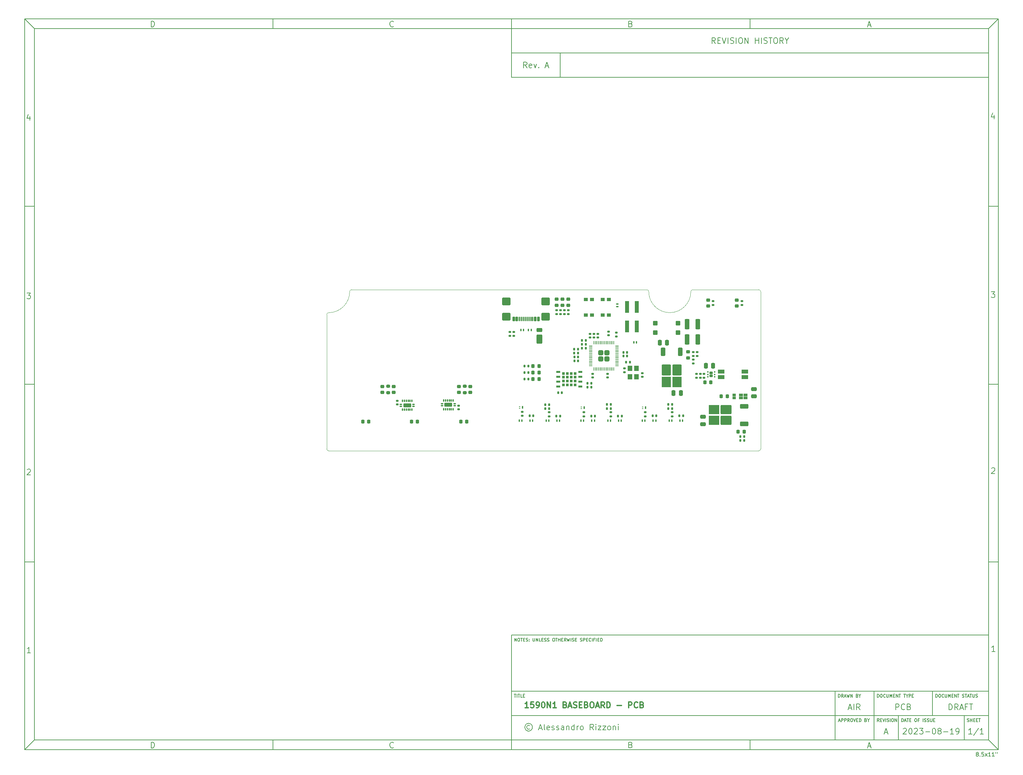
<source format=gbr>
%TF.GenerationSoftware,KiCad,Pcbnew,8.0.3*%
%TF.CreationDate,2024-07-04T15:42:03-04:00*%
%TF.ProjectId,baseboard,62617365-626f-4617-9264-2e6b69636164,A*%
%TF.SameCoordinates,Original*%
%TF.FileFunction,Paste,Top*%
%TF.FilePolarity,Positive*%
%FSLAX46Y46*%
G04 Gerber Fmt 4.6, Leading zero omitted, Abs format (unit mm)*
G04 Created by KiCad (PCBNEW 8.0.3) date 2024-07-04 15:42:03*
%MOMM*%
%LPD*%
G01*
G04 APERTURE LIST*
G04 Aperture macros list*
%AMRoundRect*
0 Rectangle with rounded corners*
0 $1 Rounding radius*
0 $2 $3 $4 $5 $6 $7 $8 $9 X,Y pos of 4 corners*
0 Add a 4 corners polygon primitive as box body*
4,1,4,$2,$3,$4,$5,$6,$7,$8,$9,$2,$3,0*
0 Add four circle primitives for the rounded corners*
1,1,$1+$1,$2,$3*
1,1,$1+$1,$4,$5*
1,1,$1+$1,$6,$7*
1,1,$1+$1,$8,$9*
0 Add four rect primitives between the rounded corners*
20,1,$1+$1,$2,$3,$4,$5,0*
20,1,$1+$1,$4,$5,$6,$7,0*
20,1,$1+$1,$6,$7,$8,$9,0*
20,1,$1+$1,$8,$9,$2,$3,0*%
G04 Aperture macros list end*
%ADD10C,0.100000*%
%ADD11C,0.150000*%
%ADD12C,0.300000*%
%ADD13RoundRect,0.225000X0.225000X0.250000X-0.225000X0.250000X-0.225000X-0.250000X0.225000X-0.250000X0*%
%ADD14RoundRect,0.200000X-0.275000X0.200000X-0.275000X-0.200000X0.275000X-0.200000X0.275000X0.200000X0*%
%ADD15RoundRect,0.250000X-0.375000X-1.075000X0.375000X-1.075000X0.375000X1.075000X-0.375000X1.075000X0*%
%ADD16RoundRect,0.075000X0.075000X0.225000X-0.075000X0.225000X-0.075000X-0.225000X0.075000X-0.225000X0*%
%ADD17RoundRect,0.135000X-0.185000X0.135000X-0.185000X-0.135000X0.185000X-0.135000X0.185000X0.135000X0*%
%ADD18RoundRect,0.135000X0.185000X-0.135000X0.185000X0.135000X-0.185000X0.135000X-0.185000X-0.135000X0*%
%ADD19RoundRect,0.225000X-0.250000X0.225000X-0.250000X-0.225000X0.250000X-0.225000X0.250000X0.225000X0*%
%ADD20RoundRect,0.218750X-0.256250X0.218750X-0.256250X-0.218750X0.256250X-0.218750X0.256250X0.218750X0*%
%ADD21RoundRect,0.225000X0.250000X-0.225000X0.250000X0.225000X-0.250000X0.225000X-0.250000X-0.225000X0*%
%ADD22RoundRect,0.218750X0.256250X-0.218750X0.256250X0.218750X-0.256250X0.218750X-0.256250X-0.218750X0*%
%ADD23RoundRect,0.075000X-0.075000X-0.225000X0.075000X-0.225000X0.075000X0.225000X-0.075000X0.225000X0*%
%ADD24RoundRect,0.250000X0.250000X0.475000X-0.250000X0.475000X-0.250000X-0.475000X0.250000X-0.475000X0*%
%ADD25RoundRect,0.120000X0.480000X-0.480000X0.480000X0.480000X-0.480000X0.480000X-0.480000X-0.480000X0*%
%ADD26RoundRect,0.135000X-0.135000X-0.185000X0.135000X-0.185000X0.135000X0.185000X-0.135000X0.185000X0*%
%ADD27RoundRect,0.060000X0.240000X0.515000X-0.240000X0.515000X-0.240000X-0.515000X0.240000X-0.515000X0*%
%ADD28RoundRect,0.030000X0.120000X0.545000X-0.120000X0.545000X-0.120000X-0.545000X0.120000X-0.545000X0*%
%ADD29RoundRect,0.200000X0.890000X0.800000X-0.890000X0.800000X-0.890000X-0.800000X0.890000X-0.800000X0*%
%ADD30RoundRect,0.140000X0.140000X0.170000X-0.140000X0.170000X-0.140000X-0.170000X0.140000X-0.170000X0*%
%ADD31RoundRect,0.140000X-0.170000X0.140000X-0.170000X-0.140000X0.170000X-0.140000X0.170000X0.140000X0*%
%ADD32RoundRect,0.140000X-0.140000X-0.170000X0.140000X-0.170000X0.140000X0.170000X-0.140000X0.170000X0*%
%ADD33RoundRect,0.055385X-0.469615X-0.244615X0.469615X-0.244615X0.469615X0.244615X-0.469615X0.244615X0*%
%ADD34RoundRect,0.055385X-0.394615X-0.244615X0.394615X-0.244615X0.394615X0.244615X-0.394615X0.244615X0*%
%ADD35RoundRect,0.080000X-0.345000X0.320000X-0.345000X-0.320000X0.345000X-0.320000X0.345000X0.320000X0*%
%ADD36RoundRect,0.024000X0.276000X-0.096000X0.276000X0.096000X-0.276000X0.096000X-0.276000X-0.096000X0*%
%ADD37RoundRect,0.024000X0.096000X0.276000X-0.096000X0.276000X-0.096000X-0.276000X0.096000X-0.276000X0*%
%ADD38RoundRect,0.024000X-0.096000X-0.276000X0.096000X-0.276000X0.096000X0.276000X-0.096000X0.276000X0*%
%ADD39RoundRect,0.024000X-0.276000X0.096000X-0.276000X-0.096000X0.276000X-0.096000X0.276000X0.096000X0*%
%ADD40RoundRect,0.100000X-0.900000X0.400000X-0.900000X-0.400000X0.900000X-0.400000X0.900000X0.400000X0*%
%ADD41RoundRect,0.090000X0.410000X-0.360000X0.410000X0.360000X-0.410000X0.360000X-0.410000X-0.360000X0*%
%ADD42R,0.400000X0.250000*%
%ADD43R,0.400000X0.700000*%
%ADD44RoundRect,0.222727X-1.002273X1.182273X-1.002273X-1.182273X1.002273X-1.182273X1.002273X1.182273X0*%
%ADD45RoundRect,0.222727X-1.002273X1.172273X-1.002273X-1.172273X1.002273X-1.172273X1.002273X1.172273X0*%
%ADD46RoundRect,0.250000X-0.350000X0.850000X-0.350000X-0.850000X0.350000X-0.850000X0.350000X0.850000X0*%
%ADD47RoundRect,0.250000X0.375000X1.075000X-0.375000X1.075000X-0.375000X-1.075000X0.375000X-1.075000X0*%
%ADD48RoundRect,0.250000X-0.500000X0.950000X-0.500000X-0.950000X0.500000X-0.950000X0.500000X0.950000X0*%
%ADD49RoundRect,0.250000X-0.500000X0.275000X-0.500000X-0.275000X0.500000X-0.275000X0.500000X0.275000X0*%
%ADD50RoundRect,0.140000X0.170000X-0.140000X0.170000X0.140000X-0.170000X0.140000X-0.170000X-0.140000X0*%
%ADD51RoundRect,0.250000X-0.250000X-0.475000X0.250000X-0.475000X0.250000X0.475000X-0.250000X0.475000X0*%
%ADD52RoundRect,0.250000X-0.475000X0.250000X-0.475000X-0.250000X0.475000X-0.250000X0.475000X0.250000X0*%
%ADD53RoundRect,0.100000X0.775000X0.400000X-0.775000X0.400000X-0.775000X-0.400000X0.775000X-0.400000X0*%
%ADD54RoundRect,0.135000X0.135000X0.185000X-0.135000X0.185000X-0.135000X-0.185000X0.135000X-0.185000X0*%
%ADD55RoundRect,0.080000X0.345000X-0.320000X0.345000X0.320000X-0.345000X0.320000X-0.345000X-0.320000X0*%
%ADD56RoundRect,0.100000X0.900000X-0.400000X0.900000X0.400000X-0.900000X0.400000X-0.900000X-0.400000X0*%
%ADD57RoundRect,0.249999X0.395001X-0.395001X0.395001X0.395001X-0.395001X0.395001X-0.395001X-0.395001X0*%
%ADD58RoundRect,0.050000X0.050000X-0.387500X0.050000X0.387500X-0.050000X0.387500X-0.050000X-0.387500X0*%
%ADD59RoundRect,0.050000X0.387500X-0.050000X0.387500X0.050000X-0.387500X0.050000X-0.387500X-0.050000X0*%
%ADD60R,1.200000X1.400000*%
%ADD61RoundRect,0.225000X-0.225000X-0.250000X0.225000X-0.250000X0.225000X0.250000X-0.225000X0.250000X0*%
%ADD62RoundRect,0.222727X1.182273X1.002273X-1.182273X1.002273X-1.182273X-1.002273X1.182273X-1.002273X0*%
%ADD63RoundRect,0.222727X1.172273X1.002273X-1.172273X1.002273X-1.172273X-1.002273X1.172273X-1.002273X0*%
%ADD64RoundRect,0.250000X0.850000X0.350000X-0.850000X0.350000X-0.850000X-0.350000X0.850000X-0.350000X0*%
%ADD65RoundRect,0.218750X-0.218750X-0.256250X0.218750X-0.256250X0.218750X0.256250X-0.218750X0.256250X0*%
%ADD66RoundRect,0.090000X-0.410000X0.360000X-0.410000X-0.360000X0.410000X-0.360000X0.410000X0.360000X0*%
%ADD67R,0.800000X0.800000*%
%ADD68RoundRect,0.100000X0.450000X-0.150000X0.450000X0.150000X-0.450000X0.150000X-0.450000X-0.150000X0*%
%ADD69RoundRect,0.172500X-0.262500X-0.172500X0.262500X-0.172500X0.262500X0.172500X-0.262500X0.172500X0*%
%ADD70RoundRect,0.093750X-0.093750X-0.106250X0.093750X-0.106250X0.093750X0.106250X-0.093750X0.106250X0*%
%ADD71R,1.000000X3.150000*%
%ADD72RoundRect,0.075000X-0.225000X0.075000X-0.225000X-0.075000X0.225000X-0.075000X0.225000X0.075000X0*%
%TA.AperFunction,Profile*%
%ADD73C,0.050000*%
%TD*%
G04 APERTURE END LIST*
D10*
D11*
X259813572Y-199154128D02*
X258956429Y-199154128D01*
X259385000Y-199154128D02*
X259385000Y-197654128D01*
X259385000Y-197654128D02*
X259242143Y-197868414D01*
X259242143Y-197868414D02*
X259099286Y-198011271D01*
X259099286Y-198011271D02*
X258956429Y-198082700D01*
X261527857Y-197582700D02*
X260242143Y-199511271D01*
X262813572Y-199154128D02*
X261956429Y-199154128D01*
X262385000Y-199154128D02*
X262385000Y-197654128D01*
X262385000Y-197654128D02*
X262242143Y-197868414D01*
X262242143Y-197868414D02*
X262099286Y-198011271D01*
X262099286Y-198011271D02*
X261956429Y-198082700D01*
D10*
D11*
X140409874Y-188759295D02*
X140867017Y-188759295D01*
X140638445Y-189559295D02*
X140638445Y-188759295D01*
X141133684Y-189559295D02*
X141133684Y-188759295D01*
X141400350Y-188759295D02*
X141857493Y-188759295D01*
X141628921Y-189559295D02*
X141628921Y-188759295D01*
X142505112Y-189559295D02*
X142124160Y-189559295D01*
X142124160Y-189559295D02*
X142124160Y-188759295D01*
X142771779Y-189140247D02*
X143038445Y-189140247D01*
X143152731Y-189559295D02*
X142771779Y-189559295D01*
X142771779Y-189559295D02*
X142771779Y-188759295D01*
X142771779Y-188759295D02*
X143152731Y-188759295D01*
D10*
D11*
X235596303Y-195909295D02*
X235329636Y-195528342D01*
X235139160Y-195909295D02*
X235139160Y-195109295D01*
X235139160Y-195109295D02*
X235443922Y-195109295D01*
X235443922Y-195109295D02*
X235520112Y-195147390D01*
X235520112Y-195147390D02*
X235558207Y-195185485D01*
X235558207Y-195185485D02*
X235596303Y-195261676D01*
X235596303Y-195261676D02*
X235596303Y-195375961D01*
X235596303Y-195375961D02*
X235558207Y-195452152D01*
X235558207Y-195452152D02*
X235520112Y-195490247D01*
X235520112Y-195490247D02*
X235443922Y-195528342D01*
X235443922Y-195528342D02*
X235139160Y-195528342D01*
X235939160Y-195490247D02*
X236205826Y-195490247D01*
X236320112Y-195909295D02*
X235939160Y-195909295D01*
X235939160Y-195909295D02*
X235939160Y-195109295D01*
X235939160Y-195109295D02*
X236320112Y-195109295D01*
X236548684Y-195109295D02*
X236815351Y-195909295D01*
X236815351Y-195909295D02*
X237082017Y-195109295D01*
X237348684Y-195909295D02*
X237348684Y-195109295D01*
X237691540Y-195871200D02*
X237805826Y-195909295D01*
X237805826Y-195909295D02*
X237996302Y-195909295D01*
X237996302Y-195909295D02*
X238072493Y-195871200D01*
X238072493Y-195871200D02*
X238110588Y-195833104D01*
X238110588Y-195833104D02*
X238148683Y-195756914D01*
X238148683Y-195756914D02*
X238148683Y-195680723D01*
X238148683Y-195680723D02*
X238110588Y-195604533D01*
X238110588Y-195604533D02*
X238072493Y-195566438D01*
X238072493Y-195566438D02*
X237996302Y-195528342D01*
X237996302Y-195528342D02*
X237843921Y-195490247D01*
X237843921Y-195490247D02*
X237767731Y-195452152D01*
X237767731Y-195452152D02*
X237729636Y-195414057D01*
X237729636Y-195414057D02*
X237691540Y-195337866D01*
X237691540Y-195337866D02*
X237691540Y-195261676D01*
X237691540Y-195261676D02*
X237729636Y-195185485D01*
X237729636Y-195185485D02*
X237767731Y-195147390D01*
X237767731Y-195147390D02*
X237843921Y-195109295D01*
X237843921Y-195109295D02*
X238034398Y-195109295D01*
X238034398Y-195109295D02*
X238148683Y-195147390D01*
X238491541Y-195909295D02*
X238491541Y-195109295D01*
X239024874Y-195109295D02*
X239177255Y-195109295D01*
X239177255Y-195109295D02*
X239253445Y-195147390D01*
X239253445Y-195147390D02*
X239329636Y-195223580D01*
X239329636Y-195223580D02*
X239367731Y-195375961D01*
X239367731Y-195375961D02*
X239367731Y-195642628D01*
X239367731Y-195642628D02*
X239329636Y-195795009D01*
X239329636Y-195795009D02*
X239253445Y-195871200D01*
X239253445Y-195871200D02*
X239177255Y-195909295D01*
X239177255Y-195909295D02*
X239024874Y-195909295D01*
X239024874Y-195909295D02*
X238948683Y-195871200D01*
X238948683Y-195871200D02*
X238872493Y-195795009D01*
X238872493Y-195795009D02*
X238834397Y-195642628D01*
X238834397Y-195642628D02*
X238834397Y-195375961D01*
X238834397Y-195375961D02*
X238872493Y-195223580D01*
X238872493Y-195223580D02*
X238948683Y-195147390D01*
X238948683Y-195147390D02*
X239024874Y-195109295D01*
X239710588Y-195909295D02*
X239710588Y-195109295D01*
X239710588Y-195109295D02*
X240167731Y-195909295D01*
X240167731Y-195909295D02*
X240167731Y-195109295D01*
D10*
D11*
X241489160Y-195909295D02*
X241489160Y-195109295D01*
X241489160Y-195109295D02*
X241679636Y-195109295D01*
X241679636Y-195109295D02*
X241793922Y-195147390D01*
X241793922Y-195147390D02*
X241870112Y-195223580D01*
X241870112Y-195223580D02*
X241908207Y-195299771D01*
X241908207Y-195299771D02*
X241946303Y-195452152D01*
X241946303Y-195452152D02*
X241946303Y-195566438D01*
X241946303Y-195566438D02*
X241908207Y-195718819D01*
X241908207Y-195718819D02*
X241870112Y-195795009D01*
X241870112Y-195795009D02*
X241793922Y-195871200D01*
X241793922Y-195871200D02*
X241679636Y-195909295D01*
X241679636Y-195909295D02*
X241489160Y-195909295D01*
X242251064Y-195680723D02*
X242632017Y-195680723D01*
X242174874Y-195909295D02*
X242441541Y-195109295D01*
X242441541Y-195109295D02*
X242708207Y-195909295D01*
X242860588Y-195109295D02*
X243317731Y-195109295D01*
X243089159Y-195909295D02*
X243089159Y-195109295D01*
X243584398Y-195490247D02*
X243851064Y-195490247D01*
X243965350Y-195909295D02*
X243584398Y-195909295D01*
X243584398Y-195909295D02*
X243584398Y-195109295D01*
X243584398Y-195109295D02*
X243965350Y-195109295D01*
X245070113Y-195109295D02*
X245222494Y-195109295D01*
X245222494Y-195109295D02*
X245298684Y-195147390D01*
X245298684Y-195147390D02*
X245374875Y-195223580D01*
X245374875Y-195223580D02*
X245412970Y-195375961D01*
X245412970Y-195375961D02*
X245412970Y-195642628D01*
X245412970Y-195642628D02*
X245374875Y-195795009D01*
X245374875Y-195795009D02*
X245298684Y-195871200D01*
X245298684Y-195871200D02*
X245222494Y-195909295D01*
X245222494Y-195909295D02*
X245070113Y-195909295D01*
X245070113Y-195909295D02*
X244993922Y-195871200D01*
X244993922Y-195871200D02*
X244917732Y-195795009D01*
X244917732Y-195795009D02*
X244879636Y-195642628D01*
X244879636Y-195642628D02*
X244879636Y-195375961D01*
X244879636Y-195375961D02*
X244917732Y-195223580D01*
X244917732Y-195223580D02*
X244993922Y-195147390D01*
X244993922Y-195147390D02*
X245070113Y-195109295D01*
X246022493Y-195490247D02*
X245755827Y-195490247D01*
X245755827Y-195909295D02*
X245755827Y-195109295D01*
X245755827Y-195109295D02*
X246136779Y-195109295D01*
X247051065Y-195909295D02*
X247051065Y-195109295D01*
X247393921Y-195871200D02*
X247508207Y-195909295D01*
X247508207Y-195909295D02*
X247698683Y-195909295D01*
X247698683Y-195909295D02*
X247774874Y-195871200D01*
X247774874Y-195871200D02*
X247812969Y-195833104D01*
X247812969Y-195833104D02*
X247851064Y-195756914D01*
X247851064Y-195756914D02*
X247851064Y-195680723D01*
X247851064Y-195680723D02*
X247812969Y-195604533D01*
X247812969Y-195604533D02*
X247774874Y-195566438D01*
X247774874Y-195566438D02*
X247698683Y-195528342D01*
X247698683Y-195528342D02*
X247546302Y-195490247D01*
X247546302Y-195490247D02*
X247470112Y-195452152D01*
X247470112Y-195452152D02*
X247432017Y-195414057D01*
X247432017Y-195414057D02*
X247393921Y-195337866D01*
X247393921Y-195337866D02*
X247393921Y-195261676D01*
X247393921Y-195261676D02*
X247432017Y-195185485D01*
X247432017Y-195185485D02*
X247470112Y-195147390D01*
X247470112Y-195147390D02*
X247546302Y-195109295D01*
X247546302Y-195109295D02*
X247736779Y-195109295D01*
X247736779Y-195109295D02*
X247851064Y-195147390D01*
X248155826Y-195871200D02*
X248270112Y-195909295D01*
X248270112Y-195909295D02*
X248460588Y-195909295D01*
X248460588Y-195909295D02*
X248536779Y-195871200D01*
X248536779Y-195871200D02*
X248574874Y-195833104D01*
X248574874Y-195833104D02*
X248612969Y-195756914D01*
X248612969Y-195756914D02*
X248612969Y-195680723D01*
X248612969Y-195680723D02*
X248574874Y-195604533D01*
X248574874Y-195604533D02*
X248536779Y-195566438D01*
X248536779Y-195566438D02*
X248460588Y-195528342D01*
X248460588Y-195528342D02*
X248308207Y-195490247D01*
X248308207Y-195490247D02*
X248232017Y-195452152D01*
X248232017Y-195452152D02*
X248193922Y-195414057D01*
X248193922Y-195414057D02*
X248155826Y-195337866D01*
X248155826Y-195337866D02*
X248155826Y-195261676D01*
X248155826Y-195261676D02*
X248193922Y-195185485D01*
X248193922Y-195185485D02*
X248232017Y-195147390D01*
X248232017Y-195147390D02*
X248308207Y-195109295D01*
X248308207Y-195109295D02*
X248498684Y-195109295D01*
X248498684Y-195109295D02*
X248612969Y-195147390D01*
X248955827Y-195109295D02*
X248955827Y-195756914D01*
X248955827Y-195756914D02*
X248993922Y-195833104D01*
X248993922Y-195833104D02*
X249032017Y-195871200D01*
X249032017Y-195871200D02*
X249108208Y-195909295D01*
X249108208Y-195909295D02*
X249260589Y-195909295D01*
X249260589Y-195909295D02*
X249336779Y-195871200D01*
X249336779Y-195871200D02*
X249374874Y-195833104D01*
X249374874Y-195833104D02*
X249412970Y-195756914D01*
X249412970Y-195756914D02*
X249412970Y-195109295D01*
X249793922Y-195490247D02*
X250060588Y-195490247D01*
X250174874Y-195909295D02*
X249793922Y-195909295D01*
X249793922Y-195909295D02*
X249793922Y-195109295D01*
X249793922Y-195109295D02*
X250174874Y-195109295D01*
D10*
D11*
X258596064Y-195871200D02*
X258710350Y-195909295D01*
X258710350Y-195909295D02*
X258900826Y-195909295D01*
X258900826Y-195909295D02*
X258977017Y-195871200D01*
X258977017Y-195871200D02*
X259015112Y-195833104D01*
X259015112Y-195833104D02*
X259053207Y-195756914D01*
X259053207Y-195756914D02*
X259053207Y-195680723D01*
X259053207Y-195680723D02*
X259015112Y-195604533D01*
X259015112Y-195604533D02*
X258977017Y-195566438D01*
X258977017Y-195566438D02*
X258900826Y-195528342D01*
X258900826Y-195528342D02*
X258748445Y-195490247D01*
X258748445Y-195490247D02*
X258672255Y-195452152D01*
X258672255Y-195452152D02*
X258634160Y-195414057D01*
X258634160Y-195414057D02*
X258596064Y-195337866D01*
X258596064Y-195337866D02*
X258596064Y-195261676D01*
X258596064Y-195261676D02*
X258634160Y-195185485D01*
X258634160Y-195185485D02*
X258672255Y-195147390D01*
X258672255Y-195147390D02*
X258748445Y-195109295D01*
X258748445Y-195109295D02*
X258938922Y-195109295D01*
X258938922Y-195109295D02*
X259053207Y-195147390D01*
X259396065Y-195909295D02*
X259396065Y-195109295D01*
X259396065Y-195490247D02*
X259853208Y-195490247D01*
X259853208Y-195909295D02*
X259853208Y-195109295D01*
X260234160Y-195490247D02*
X260500826Y-195490247D01*
X260615112Y-195909295D02*
X260234160Y-195909295D01*
X260234160Y-195909295D02*
X260234160Y-195109295D01*
X260234160Y-195109295D02*
X260615112Y-195109295D01*
X260957970Y-195490247D02*
X261224636Y-195490247D01*
X261338922Y-195909295D02*
X260957970Y-195909295D01*
X260957970Y-195909295D02*
X260957970Y-195109295D01*
X260957970Y-195109295D02*
X261338922Y-195109295D01*
X261567494Y-195109295D02*
X262024637Y-195109295D01*
X261796065Y-195909295D02*
X261796065Y-195109295D01*
D10*
D11*
X239942142Y-192804128D02*
X239942142Y-191304128D01*
X239942142Y-191304128D02*
X240513571Y-191304128D01*
X240513571Y-191304128D02*
X240656428Y-191375557D01*
X240656428Y-191375557D02*
X240727857Y-191446985D01*
X240727857Y-191446985D02*
X240799285Y-191589842D01*
X240799285Y-191589842D02*
X240799285Y-191804128D01*
X240799285Y-191804128D02*
X240727857Y-191946985D01*
X240727857Y-191946985D02*
X240656428Y-192018414D01*
X240656428Y-192018414D02*
X240513571Y-192089842D01*
X240513571Y-192089842D02*
X239942142Y-192089842D01*
X242299285Y-192661271D02*
X242227857Y-192732700D01*
X242227857Y-192732700D02*
X242013571Y-192804128D01*
X242013571Y-192804128D02*
X241870714Y-192804128D01*
X241870714Y-192804128D02*
X241656428Y-192732700D01*
X241656428Y-192732700D02*
X241513571Y-192589842D01*
X241513571Y-192589842D02*
X241442142Y-192446985D01*
X241442142Y-192446985D02*
X241370714Y-192161271D01*
X241370714Y-192161271D02*
X241370714Y-191946985D01*
X241370714Y-191946985D02*
X241442142Y-191661271D01*
X241442142Y-191661271D02*
X241513571Y-191518414D01*
X241513571Y-191518414D02*
X241656428Y-191375557D01*
X241656428Y-191375557D02*
X241870714Y-191304128D01*
X241870714Y-191304128D02*
X242013571Y-191304128D01*
X242013571Y-191304128D02*
X242227857Y-191375557D01*
X242227857Y-191375557D02*
X242299285Y-191446985D01*
X243442142Y-192018414D02*
X243656428Y-192089842D01*
X243656428Y-192089842D02*
X243727857Y-192161271D01*
X243727857Y-192161271D02*
X243799285Y-192304128D01*
X243799285Y-192304128D02*
X243799285Y-192518414D01*
X243799285Y-192518414D02*
X243727857Y-192661271D01*
X243727857Y-192661271D02*
X243656428Y-192732700D01*
X243656428Y-192732700D02*
X243513571Y-192804128D01*
X243513571Y-192804128D02*
X242942142Y-192804128D01*
X242942142Y-192804128D02*
X242942142Y-191304128D01*
X242942142Y-191304128D02*
X243442142Y-191304128D01*
X243442142Y-191304128D02*
X243585000Y-191375557D01*
X243585000Y-191375557D02*
X243656428Y-191446985D01*
X243656428Y-191446985D02*
X243727857Y-191589842D01*
X243727857Y-191589842D02*
X243727857Y-191732700D01*
X243727857Y-191732700D02*
X243656428Y-191875557D01*
X243656428Y-191875557D02*
X243585000Y-191946985D01*
X243585000Y-191946985D02*
X243442142Y-192018414D01*
X243442142Y-192018414D02*
X242942142Y-192018414D01*
D10*
D11*
X225068064Y-195680723D02*
X225449017Y-195680723D01*
X224991874Y-195909295D02*
X225258541Y-195109295D01*
X225258541Y-195109295D02*
X225525207Y-195909295D01*
X225791874Y-195909295D02*
X225791874Y-195109295D01*
X225791874Y-195109295D02*
X226096636Y-195109295D01*
X226096636Y-195109295D02*
X226172826Y-195147390D01*
X226172826Y-195147390D02*
X226210921Y-195185485D01*
X226210921Y-195185485D02*
X226249017Y-195261676D01*
X226249017Y-195261676D02*
X226249017Y-195375961D01*
X226249017Y-195375961D02*
X226210921Y-195452152D01*
X226210921Y-195452152D02*
X226172826Y-195490247D01*
X226172826Y-195490247D02*
X226096636Y-195528342D01*
X226096636Y-195528342D02*
X225791874Y-195528342D01*
X226591874Y-195909295D02*
X226591874Y-195109295D01*
X226591874Y-195109295D02*
X226896636Y-195109295D01*
X226896636Y-195109295D02*
X226972826Y-195147390D01*
X226972826Y-195147390D02*
X227010921Y-195185485D01*
X227010921Y-195185485D02*
X227049017Y-195261676D01*
X227049017Y-195261676D02*
X227049017Y-195375961D01*
X227049017Y-195375961D02*
X227010921Y-195452152D01*
X227010921Y-195452152D02*
X226972826Y-195490247D01*
X226972826Y-195490247D02*
X226896636Y-195528342D01*
X226896636Y-195528342D02*
X226591874Y-195528342D01*
X227849017Y-195909295D02*
X227582350Y-195528342D01*
X227391874Y-195909295D02*
X227391874Y-195109295D01*
X227391874Y-195109295D02*
X227696636Y-195109295D01*
X227696636Y-195109295D02*
X227772826Y-195147390D01*
X227772826Y-195147390D02*
X227810921Y-195185485D01*
X227810921Y-195185485D02*
X227849017Y-195261676D01*
X227849017Y-195261676D02*
X227849017Y-195375961D01*
X227849017Y-195375961D02*
X227810921Y-195452152D01*
X227810921Y-195452152D02*
X227772826Y-195490247D01*
X227772826Y-195490247D02*
X227696636Y-195528342D01*
X227696636Y-195528342D02*
X227391874Y-195528342D01*
X228344255Y-195109295D02*
X228496636Y-195109295D01*
X228496636Y-195109295D02*
X228572826Y-195147390D01*
X228572826Y-195147390D02*
X228649017Y-195223580D01*
X228649017Y-195223580D02*
X228687112Y-195375961D01*
X228687112Y-195375961D02*
X228687112Y-195642628D01*
X228687112Y-195642628D02*
X228649017Y-195795009D01*
X228649017Y-195795009D02*
X228572826Y-195871200D01*
X228572826Y-195871200D02*
X228496636Y-195909295D01*
X228496636Y-195909295D02*
X228344255Y-195909295D01*
X228344255Y-195909295D02*
X228268064Y-195871200D01*
X228268064Y-195871200D02*
X228191874Y-195795009D01*
X228191874Y-195795009D02*
X228153778Y-195642628D01*
X228153778Y-195642628D02*
X228153778Y-195375961D01*
X228153778Y-195375961D02*
X228191874Y-195223580D01*
X228191874Y-195223580D02*
X228268064Y-195147390D01*
X228268064Y-195147390D02*
X228344255Y-195109295D01*
X228915683Y-195109295D02*
X229182350Y-195909295D01*
X229182350Y-195909295D02*
X229449016Y-195109295D01*
X229715683Y-195490247D02*
X229982349Y-195490247D01*
X230096635Y-195909295D02*
X229715683Y-195909295D01*
X229715683Y-195909295D02*
X229715683Y-195109295D01*
X229715683Y-195109295D02*
X230096635Y-195109295D01*
X230439493Y-195909295D02*
X230439493Y-195109295D01*
X230439493Y-195109295D02*
X230629969Y-195109295D01*
X230629969Y-195109295D02*
X230744255Y-195147390D01*
X230744255Y-195147390D02*
X230820445Y-195223580D01*
X230820445Y-195223580D02*
X230858540Y-195299771D01*
X230858540Y-195299771D02*
X230896636Y-195452152D01*
X230896636Y-195452152D02*
X230896636Y-195566438D01*
X230896636Y-195566438D02*
X230858540Y-195718819D01*
X230858540Y-195718819D02*
X230820445Y-195795009D01*
X230820445Y-195795009D02*
X230744255Y-195871200D01*
X230744255Y-195871200D02*
X230629969Y-195909295D01*
X230629969Y-195909295D02*
X230439493Y-195909295D01*
X232115683Y-195490247D02*
X232229969Y-195528342D01*
X232229969Y-195528342D02*
X232268064Y-195566438D01*
X232268064Y-195566438D02*
X232306160Y-195642628D01*
X232306160Y-195642628D02*
X232306160Y-195756914D01*
X232306160Y-195756914D02*
X232268064Y-195833104D01*
X232268064Y-195833104D02*
X232229969Y-195871200D01*
X232229969Y-195871200D02*
X232153779Y-195909295D01*
X232153779Y-195909295D02*
X231849017Y-195909295D01*
X231849017Y-195909295D02*
X231849017Y-195109295D01*
X231849017Y-195109295D02*
X232115683Y-195109295D01*
X232115683Y-195109295D02*
X232191874Y-195147390D01*
X232191874Y-195147390D02*
X232229969Y-195185485D01*
X232229969Y-195185485D02*
X232268064Y-195261676D01*
X232268064Y-195261676D02*
X232268064Y-195337866D01*
X232268064Y-195337866D02*
X232229969Y-195414057D01*
X232229969Y-195414057D02*
X232191874Y-195452152D01*
X232191874Y-195452152D02*
X232115683Y-195490247D01*
X232115683Y-195490247D02*
X231849017Y-195490247D01*
X232801398Y-195528342D02*
X232801398Y-195909295D01*
X232534731Y-195109295D02*
X232801398Y-195528342D01*
X232801398Y-195528342D02*
X233068064Y-195109295D01*
D10*
D11*
X144445112Y-196918271D02*
X144302255Y-196846842D01*
X144302255Y-196846842D02*
X144016541Y-196846842D01*
X144016541Y-196846842D02*
X143873684Y-196918271D01*
X143873684Y-196918271D02*
X143730826Y-197061128D01*
X143730826Y-197061128D02*
X143659398Y-197203985D01*
X143659398Y-197203985D02*
X143659398Y-197489700D01*
X143659398Y-197489700D02*
X143730826Y-197632557D01*
X143730826Y-197632557D02*
X143873684Y-197775414D01*
X143873684Y-197775414D02*
X144016541Y-197846842D01*
X144016541Y-197846842D02*
X144302255Y-197846842D01*
X144302255Y-197846842D02*
X144445112Y-197775414D01*
X144159398Y-196346842D02*
X143802255Y-196418271D01*
X143802255Y-196418271D02*
X143445112Y-196632557D01*
X143445112Y-196632557D02*
X143230826Y-196989700D01*
X143230826Y-196989700D02*
X143159398Y-197346842D01*
X143159398Y-197346842D02*
X143230826Y-197703985D01*
X143230826Y-197703985D02*
X143445112Y-198061128D01*
X143445112Y-198061128D02*
X143802255Y-198275414D01*
X143802255Y-198275414D02*
X144159398Y-198346842D01*
X144159398Y-198346842D02*
X144516541Y-198275414D01*
X144516541Y-198275414D02*
X144873684Y-198061128D01*
X144873684Y-198061128D02*
X145087969Y-197703985D01*
X145087969Y-197703985D02*
X145159398Y-197346842D01*
X145159398Y-197346842D02*
X145087969Y-196989700D01*
X145087969Y-196989700D02*
X144873684Y-196632557D01*
X144873684Y-196632557D02*
X144516541Y-196418271D01*
X144516541Y-196418271D02*
X144159398Y-196346842D01*
X146873684Y-197632557D02*
X147587970Y-197632557D01*
X146730827Y-198061128D02*
X147230827Y-196561128D01*
X147230827Y-196561128D02*
X147730827Y-198061128D01*
X148445112Y-198061128D02*
X148302255Y-197989700D01*
X148302255Y-197989700D02*
X148230826Y-197846842D01*
X148230826Y-197846842D02*
X148230826Y-196561128D01*
X149587969Y-197989700D02*
X149445112Y-198061128D01*
X149445112Y-198061128D02*
X149159398Y-198061128D01*
X149159398Y-198061128D02*
X149016540Y-197989700D01*
X149016540Y-197989700D02*
X148945112Y-197846842D01*
X148945112Y-197846842D02*
X148945112Y-197275414D01*
X148945112Y-197275414D02*
X149016540Y-197132557D01*
X149016540Y-197132557D02*
X149159398Y-197061128D01*
X149159398Y-197061128D02*
X149445112Y-197061128D01*
X149445112Y-197061128D02*
X149587969Y-197132557D01*
X149587969Y-197132557D02*
X149659398Y-197275414D01*
X149659398Y-197275414D02*
X149659398Y-197418271D01*
X149659398Y-197418271D02*
X148945112Y-197561128D01*
X150230826Y-197989700D02*
X150373683Y-198061128D01*
X150373683Y-198061128D02*
X150659397Y-198061128D01*
X150659397Y-198061128D02*
X150802254Y-197989700D01*
X150802254Y-197989700D02*
X150873683Y-197846842D01*
X150873683Y-197846842D02*
X150873683Y-197775414D01*
X150873683Y-197775414D02*
X150802254Y-197632557D01*
X150802254Y-197632557D02*
X150659397Y-197561128D01*
X150659397Y-197561128D02*
X150445112Y-197561128D01*
X150445112Y-197561128D02*
X150302254Y-197489700D01*
X150302254Y-197489700D02*
X150230826Y-197346842D01*
X150230826Y-197346842D02*
X150230826Y-197275414D01*
X150230826Y-197275414D02*
X150302254Y-197132557D01*
X150302254Y-197132557D02*
X150445112Y-197061128D01*
X150445112Y-197061128D02*
X150659397Y-197061128D01*
X150659397Y-197061128D02*
X150802254Y-197132557D01*
X151445112Y-197989700D02*
X151587969Y-198061128D01*
X151587969Y-198061128D02*
X151873683Y-198061128D01*
X151873683Y-198061128D02*
X152016540Y-197989700D01*
X152016540Y-197989700D02*
X152087969Y-197846842D01*
X152087969Y-197846842D02*
X152087969Y-197775414D01*
X152087969Y-197775414D02*
X152016540Y-197632557D01*
X152016540Y-197632557D02*
X151873683Y-197561128D01*
X151873683Y-197561128D02*
X151659398Y-197561128D01*
X151659398Y-197561128D02*
X151516540Y-197489700D01*
X151516540Y-197489700D02*
X151445112Y-197346842D01*
X151445112Y-197346842D02*
X151445112Y-197275414D01*
X151445112Y-197275414D02*
X151516540Y-197132557D01*
X151516540Y-197132557D02*
X151659398Y-197061128D01*
X151659398Y-197061128D02*
X151873683Y-197061128D01*
X151873683Y-197061128D02*
X152016540Y-197132557D01*
X153373684Y-198061128D02*
X153373684Y-197275414D01*
X153373684Y-197275414D02*
X153302255Y-197132557D01*
X153302255Y-197132557D02*
X153159398Y-197061128D01*
X153159398Y-197061128D02*
X152873684Y-197061128D01*
X152873684Y-197061128D02*
X152730826Y-197132557D01*
X153373684Y-197989700D02*
X153230826Y-198061128D01*
X153230826Y-198061128D02*
X152873684Y-198061128D01*
X152873684Y-198061128D02*
X152730826Y-197989700D01*
X152730826Y-197989700D02*
X152659398Y-197846842D01*
X152659398Y-197846842D02*
X152659398Y-197703985D01*
X152659398Y-197703985D02*
X152730826Y-197561128D01*
X152730826Y-197561128D02*
X152873684Y-197489700D01*
X152873684Y-197489700D02*
X153230826Y-197489700D01*
X153230826Y-197489700D02*
X153373684Y-197418271D01*
X154087969Y-197061128D02*
X154087969Y-198061128D01*
X154087969Y-197203985D02*
X154159398Y-197132557D01*
X154159398Y-197132557D02*
X154302255Y-197061128D01*
X154302255Y-197061128D02*
X154516541Y-197061128D01*
X154516541Y-197061128D02*
X154659398Y-197132557D01*
X154659398Y-197132557D02*
X154730827Y-197275414D01*
X154730827Y-197275414D02*
X154730827Y-198061128D01*
X156087970Y-198061128D02*
X156087970Y-196561128D01*
X156087970Y-197989700D02*
X155945112Y-198061128D01*
X155945112Y-198061128D02*
X155659398Y-198061128D01*
X155659398Y-198061128D02*
X155516541Y-197989700D01*
X155516541Y-197989700D02*
X155445112Y-197918271D01*
X155445112Y-197918271D02*
X155373684Y-197775414D01*
X155373684Y-197775414D02*
X155373684Y-197346842D01*
X155373684Y-197346842D02*
X155445112Y-197203985D01*
X155445112Y-197203985D02*
X155516541Y-197132557D01*
X155516541Y-197132557D02*
X155659398Y-197061128D01*
X155659398Y-197061128D02*
X155945112Y-197061128D01*
X155945112Y-197061128D02*
X156087970Y-197132557D01*
X156802255Y-198061128D02*
X156802255Y-197061128D01*
X156802255Y-197346842D02*
X156873684Y-197203985D01*
X156873684Y-197203985D02*
X156945113Y-197132557D01*
X156945113Y-197132557D02*
X157087970Y-197061128D01*
X157087970Y-197061128D02*
X157230827Y-197061128D01*
X157945112Y-198061128D02*
X157802255Y-197989700D01*
X157802255Y-197989700D02*
X157730826Y-197918271D01*
X157730826Y-197918271D02*
X157659398Y-197775414D01*
X157659398Y-197775414D02*
X157659398Y-197346842D01*
X157659398Y-197346842D02*
X157730826Y-197203985D01*
X157730826Y-197203985D02*
X157802255Y-197132557D01*
X157802255Y-197132557D02*
X157945112Y-197061128D01*
X157945112Y-197061128D02*
X158159398Y-197061128D01*
X158159398Y-197061128D02*
X158302255Y-197132557D01*
X158302255Y-197132557D02*
X158373684Y-197203985D01*
X158373684Y-197203985D02*
X158445112Y-197346842D01*
X158445112Y-197346842D02*
X158445112Y-197775414D01*
X158445112Y-197775414D02*
X158373684Y-197918271D01*
X158373684Y-197918271D02*
X158302255Y-197989700D01*
X158302255Y-197989700D02*
X158159398Y-198061128D01*
X158159398Y-198061128D02*
X157945112Y-198061128D01*
X161087969Y-198061128D02*
X160587969Y-197346842D01*
X160230826Y-198061128D02*
X160230826Y-196561128D01*
X160230826Y-196561128D02*
X160802255Y-196561128D01*
X160802255Y-196561128D02*
X160945112Y-196632557D01*
X160945112Y-196632557D02*
X161016541Y-196703985D01*
X161016541Y-196703985D02*
X161087969Y-196846842D01*
X161087969Y-196846842D02*
X161087969Y-197061128D01*
X161087969Y-197061128D02*
X161016541Y-197203985D01*
X161016541Y-197203985D02*
X160945112Y-197275414D01*
X160945112Y-197275414D02*
X160802255Y-197346842D01*
X160802255Y-197346842D02*
X160230826Y-197346842D01*
X161730826Y-198061128D02*
X161730826Y-197061128D01*
X161730826Y-196561128D02*
X161659398Y-196632557D01*
X161659398Y-196632557D02*
X161730826Y-196703985D01*
X161730826Y-196703985D02*
X161802255Y-196632557D01*
X161802255Y-196632557D02*
X161730826Y-196561128D01*
X161730826Y-196561128D02*
X161730826Y-196703985D01*
X162302255Y-197061128D02*
X163087970Y-197061128D01*
X163087970Y-197061128D02*
X162302255Y-198061128D01*
X162302255Y-198061128D02*
X163087970Y-198061128D01*
X163516541Y-197061128D02*
X164302256Y-197061128D01*
X164302256Y-197061128D02*
X163516541Y-198061128D01*
X163516541Y-198061128D02*
X164302256Y-198061128D01*
X165087970Y-198061128D02*
X164945113Y-197989700D01*
X164945113Y-197989700D02*
X164873684Y-197918271D01*
X164873684Y-197918271D02*
X164802256Y-197775414D01*
X164802256Y-197775414D02*
X164802256Y-197346842D01*
X164802256Y-197346842D02*
X164873684Y-197203985D01*
X164873684Y-197203985D02*
X164945113Y-197132557D01*
X164945113Y-197132557D02*
X165087970Y-197061128D01*
X165087970Y-197061128D02*
X165302256Y-197061128D01*
X165302256Y-197061128D02*
X165445113Y-197132557D01*
X165445113Y-197132557D02*
X165516542Y-197203985D01*
X165516542Y-197203985D02*
X165587970Y-197346842D01*
X165587970Y-197346842D02*
X165587970Y-197775414D01*
X165587970Y-197775414D02*
X165516542Y-197918271D01*
X165516542Y-197918271D02*
X165445113Y-197989700D01*
X165445113Y-197989700D02*
X165302256Y-198061128D01*
X165302256Y-198061128D02*
X165087970Y-198061128D01*
X166230827Y-197061128D02*
X166230827Y-198061128D01*
X166230827Y-197203985D02*
X166302256Y-197132557D01*
X166302256Y-197132557D02*
X166445113Y-197061128D01*
X166445113Y-197061128D02*
X166659399Y-197061128D01*
X166659399Y-197061128D02*
X166802256Y-197132557D01*
X166802256Y-197132557D02*
X166873685Y-197275414D01*
X166873685Y-197275414D02*
X166873685Y-198061128D01*
X167587970Y-198061128D02*
X167587970Y-197061128D01*
X167587970Y-196561128D02*
X167516542Y-196632557D01*
X167516542Y-196632557D02*
X167587970Y-196703985D01*
X167587970Y-196703985D02*
X167659399Y-196632557D01*
X167659399Y-196632557D02*
X167587970Y-196561128D01*
X167587970Y-196561128D02*
X167587970Y-196703985D01*
D10*
D11*
X227670714Y-192375557D02*
X228385000Y-192375557D01*
X227527857Y-192804128D02*
X228027857Y-191304128D01*
X228027857Y-191304128D02*
X228527857Y-192804128D01*
X229027856Y-192804128D02*
X229027856Y-191304128D01*
X230599285Y-192804128D02*
X230099285Y-192089842D01*
X229742142Y-192804128D02*
X229742142Y-191304128D01*
X229742142Y-191304128D02*
X230313571Y-191304128D01*
X230313571Y-191304128D02*
X230456428Y-191375557D01*
X230456428Y-191375557D02*
X230527857Y-191446985D01*
X230527857Y-191446985D02*
X230599285Y-191589842D01*
X230599285Y-191589842D02*
X230599285Y-191804128D01*
X230599285Y-191804128D02*
X230527857Y-191946985D01*
X230527857Y-191946985D02*
X230456428Y-192018414D01*
X230456428Y-192018414D02*
X230313571Y-192089842D01*
X230313571Y-192089842D02*
X229742142Y-192089842D01*
D10*
D11*
X250379160Y-189559295D02*
X250379160Y-188759295D01*
X250379160Y-188759295D02*
X250569636Y-188759295D01*
X250569636Y-188759295D02*
X250683922Y-188797390D01*
X250683922Y-188797390D02*
X250760112Y-188873580D01*
X250760112Y-188873580D02*
X250798207Y-188949771D01*
X250798207Y-188949771D02*
X250836303Y-189102152D01*
X250836303Y-189102152D02*
X250836303Y-189216438D01*
X250836303Y-189216438D02*
X250798207Y-189368819D01*
X250798207Y-189368819D02*
X250760112Y-189445009D01*
X250760112Y-189445009D02*
X250683922Y-189521200D01*
X250683922Y-189521200D02*
X250569636Y-189559295D01*
X250569636Y-189559295D02*
X250379160Y-189559295D01*
X251331541Y-188759295D02*
X251483922Y-188759295D01*
X251483922Y-188759295D02*
X251560112Y-188797390D01*
X251560112Y-188797390D02*
X251636303Y-188873580D01*
X251636303Y-188873580D02*
X251674398Y-189025961D01*
X251674398Y-189025961D02*
X251674398Y-189292628D01*
X251674398Y-189292628D02*
X251636303Y-189445009D01*
X251636303Y-189445009D02*
X251560112Y-189521200D01*
X251560112Y-189521200D02*
X251483922Y-189559295D01*
X251483922Y-189559295D02*
X251331541Y-189559295D01*
X251331541Y-189559295D02*
X251255350Y-189521200D01*
X251255350Y-189521200D02*
X251179160Y-189445009D01*
X251179160Y-189445009D02*
X251141064Y-189292628D01*
X251141064Y-189292628D02*
X251141064Y-189025961D01*
X251141064Y-189025961D02*
X251179160Y-188873580D01*
X251179160Y-188873580D02*
X251255350Y-188797390D01*
X251255350Y-188797390D02*
X251331541Y-188759295D01*
X252474398Y-189483104D02*
X252436302Y-189521200D01*
X252436302Y-189521200D02*
X252322017Y-189559295D01*
X252322017Y-189559295D02*
X252245826Y-189559295D01*
X252245826Y-189559295D02*
X252131540Y-189521200D01*
X252131540Y-189521200D02*
X252055350Y-189445009D01*
X252055350Y-189445009D02*
X252017255Y-189368819D01*
X252017255Y-189368819D02*
X251979159Y-189216438D01*
X251979159Y-189216438D02*
X251979159Y-189102152D01*
X251979159Y-189102152D02*
X252017255Y-188949771D01*
X252017255Y-188949771D02*
X252055350Y-188873580D01*
X252055350Y-188873580D02*
X252131540Y-188797390D01*
X252131540Y-188797390D02*
X252245826Y-188759295D01*
X252245826Y-188759295D02*
X252322017Y-188759295D01*
X252322017Y-188759295D02*
X252436302Y-188797390D01*
X252436302Y-188797390D02*
X252474398Y-188835485D01*
X252817255Y-188759295D02*
X252817255Y-189406914D01*
X252817255Y-189406914D02*
X252855350Y-189483104D01*
X252855350Y-189483104D02*
X252893445Y-189521200D01*
X252893445Y-189521200D02*
X252969636Y-189559295D01*
X252969636Y-189559295D02*
X253122017Y-189559295D01*
X253122017Y-189559295D02*
X253198207Y-189521200D01*
X253198207Y-189521200D02*
X253236302Y-189483104D01*
X253236302Y-189483104D02*
X253274398Y-189406914D01*
X253274398Y-189406914D02*
X253274398Y-188759295D01*
X253655350Y-189559295D02*
X253655350Y-188759295D01*
X253655350Y-188759295D02*
X253922016Y-189330723D01*
X253922016Y-189330723D02*
X254188683Y-188759295D01*
X254188683Y-188759295D02*
X254188683Y-189559295D01*
X254569636Y-189140247D02*
X254836302Y-189140247D01*
X254950588Y-189559295D02*
X254569636Y-189559295D01*
X254569636Y-189559295D02*
X254569636Y-188759295D01*
X254569636Y-188759295D02*
X254950588Y-188759295D01*
X255293446Y-189559295D02*
X255293446Y-188759295D01*
X255293446Y-188759295D02*
X255750589Y-189559295D01*
X255750589Y-189559295D02*
X255750589Y-188759295D01*
X256017255Y-188759295D02*
X256474398Y-188759295D01*
X256245826Y-189559295D02*
X256245826Y-188759295D01*
X257312493Y-189521200D02*
X257426779Y-189559295D01*
X257426779Y-189559295D02*
X257617255Y-189559295D01*
X257617255Y-189559295D02*
X257693446Y-189521200D01*
X257693446Y-189521200D02*
X257731541Y-189483104D01*
X257731541Y-189483104D02*
X257769636Y-189406914D01*
X257769636Y-189406914D02*
X257769636Y-189330723D01*
X257769636Y-189330723D02*
X257731541Y-189254533D01*
X257731541Y-189254533D02*
X257693446Y-189216438D01*
X257693446Y-189216438D02*
X257617255Y-189178342D01*
X257617255Y-189178342D02*
X257464874Y-189140247D01*
X257464874Y-189140247D02*
X257388684Y-189102152D01*
X257388684Y-189102152D02*
X257350589Y-189064057D01*
X257350589Y-189064057D02*
X257312493Y-188987866D01*
X257312493Y-188987866D02*
X257312493Y-188911676D01*
X257312493Y-188911676D02*
X257350589Y-188835485D01*
X257350589Y-188835485D02*
X257388684Y-188797390D01*
X257388684Y-188797390D02*
X257464874Y-188759295D01*
X257464874Y-188759295D02*
X257655351Y-188759295D01*
X257655351Y-188759295D02*
X257769636Y-188797390D01*
X257998208Y-188759295D02*
X258455351Y-188759295D01*
X258226779Y-189559295D02*
X258226779Y-188759295D01*
X258683922Y-189330723D02*
X259064875Y-189330723D01*
X258607732Y-189559295D02*
X258874399Y-188759295D01*
X258874399Y-188759295D02*
X259141065Y-189559295D01*
X259293446Y-188759295D02*
X259750589Y-188759295D01*
X259522017Y-189559295D02*
X259522017Y-188759295D01*
X260017256Y-188759295D02*
X260017256Y-189406914D01*
X260017256Y-189406914D02*
X260055351Y-189483104D01*
X260055351Y-189483104D02*
X260093446Y-189521200D01*
X260093446Y-189521200D02*
X260169637Y-189559295D01*
X260169637Y-189559295D02*
X260322018Y-189559295D01*
X260322018Y-189559295D02*
X260398208Y-189521200D01*
X260398208Y-189521200D02*
X260436303Y-189483104D01*
X260436303Y-189483104D02*
X260474399Y-189406914D01*
X260474399Y-189406914D02*
X260474399Y-188759295D01*
X260817255Y-189521200D02*
X260931541Y-189559295D01*
X260931541Y-189559295D02*
X261122017Y-189559295D01*
X261122017Y-189559295D02*
X261198208Y-189521200D01*
X261198208Y-189521200D02*
X261236303Y-189483104D01*
X261236303Y-189483104D02*
X261274398Y-189406914D01*
X261274398Y-189406914D02*
X261274398Y-189330723D01*
X261274398Y-189330723D02*
X261236303Y-189254533D01*
X261236303Y-189254533D02*
X261198208Y-189216438D01*
X261198208Y-189216438D02*
X261122017Y-189178342D01*
X261122017Y-189178342D02*
X260969636Y-189140247D01*
X260969636Y-189140247D02*
X260893446Y-189102152D01*
X260893446Y-189102152D02*
X260855351Y-189064057D01*
X260855351Y-189064057D02*
X260817255Y-188987866D01*
X260817255Y-188987866D02*
X260817255Y-188911676D01*
X260817255Y-188911676D02*
X260855351Y-188835485D01*
X260855351Y-188835485D02*
X260893446Y-188797390D01*
X260893446Y-188797390D02*
X260969636Y-188759295D01*
X260969636Y-188759295D02*
X261160113Y-188759295D01*
X261160113Y-188759295D02*
X261274398Y-188797390D01*
D10*
D11*
X224979160Y-189559295D02*
X224979160Y-188759295D01*
X224979160Y-188759295D02*
X225169636Y-188759295D01*
X225169636Y-188759295D02*
X225283922Y-188797390D01*
X225283922Y-188797390D02*
X225360112Y-188873580D01*
X225360112Y-188873580D02*
X225398207Y-188949771D01*
X225398207Y-188949771D02*
X225436303Y-189102152D01*
X225436303Y-189102152D02*
X225436303Y-189216438D01*
X225436303Y-189216438D02*
X225398207Y-189368819D01*
X225398207Y-189368819D02*
X225360112Y-189445009D01*
X225360112Y-189445009D02*
X225283922Y-189521200D01*
X225283922Y-189521200D02*
X225169636Y-189559295D01*
X225169636Y-189559295D02*
X224979160Y-189559295D01*
X226236303Y-189559295D02*
X225969636Y-189178342D01*
X225779160Y-189559295D02*
X225779160Y-188759295D01*
X225779160Y-188759295D02*
X226083922Y-188759295D01*
X226083922Y-188759295D02*
X226160112Y-188797390D01*
X226160112Y-188797390D02*
X226198207Y-188835485D01*
X226198207Y-188835485D02*
X226236303Y-188911676D01*
X226236303Y-188911676D02*
X226236303Y-189025961D01*
X226236303Y-189025961D02*
X226198207Y-189102152D01*
X226198207Y-189102152D02*
X226160112Y-189140247D01*
X226160112Y-189140247D02*
X226083922Y-189178342D01*
X226083922Y-189178342D02*
X225779160Y-189178342D01*
X226541064Y-189330723D02*
X226922017Y-189330723D01*
X226464874Y-189559295D02*
X226731541Y-188759295D01*
X226731541Y-188759295D02*
X226998207Y-189559295D01*
X227188683Y-188759295D02*
X227379159Y-189559295D01*
X227379159Y-189559295D02*
X227531540Y-188987866D01*
X227531540Y-188987866D02*
X227683921Y-189559295D01*
X227683921Y-189559295D02*
X227874398Y-188759295D01*
X228179160Y-189559295D02*
X228179160Y-188759295D01*
X228179160Y-188759295D02*
X228636303Y-189559295D01*
X228636303Y-189559295D02*
X228636303Y-188759295D01*
X229893445Y-189140247D02*
X230007731Y-189178342D01*
X230007731Y-189178342D02*
X230045826Y-189216438D01*
X230045826Y-189216438D02*
X230083922Y-189292628D01*
X230083922Y-189292628D02*
X230083922Y-189406914D01*
X230083922Y-189406914D02*
X230045826Y-189483104D01*
X230045826Y-189483104D02*
X230007731Y-189521200D01*
X230007731Y-189521200D02*
X229931541Y-189559295D01*
X229931541Y-189559295D02*
X229626779Y-189559295D01*
X229626779Y-189559295D02*
X229626779Y-188759295D01*
X229626779Y-188759295D02*
X229893445Y-188759295D01*
X229893445Y-188759295D02*
X229969636Y-188797390D01*
X229969636Y-188797390D02*
X230007731Y-188835485D01*
X230007731Y-188835485D02*
X230045826Y-188911676D01*
X230045826Y-188911676D02*
X230045826Y-188987866D01*
X230045826Y-188987866D02*
X230007731Y-189064057D01*
X230007731Y-189064057D02*
X229969636Y-189102152D01*
X229969636Y-189102152D02*
X229893445Y-189140247D01*
X229893445Y-189140247D02*
X229626779Y-189140247D01*
X230579160Y-189178342D02*
X230579160Y-189559295D01*
X230312493Y-188759295D02*
X230579160Y-189178342D01*
X230579160Y-189178342D02*
X230845826Y-188759295D01*
D10*
D11*
X235139160Y-189559295D02*
X235139160Y-188759295D01*
X235139160Y-188759295D02*
X235329636Y-188759295D01*
X235329636Y-188759295D02*
X235443922Y-188797390D01*
X235443922Y-188797390D02*
X235520112Y-188873580D01*
X235520112Y-188873580D02*
X235558207Y-188949771D01*
X235558207Y-188949771D02*
X235596303Y-189102152D01*
X235596303Y-189102152D02*
X235596303Y-189216438D01*
X235596303Y-189216438D02*
X235558207Y-189368819D01*
X235558207Y-189368819D02*
X235520112Y-189445009D01*
X235520112Y-189445009D02*
X235443922Y-189521200D01*
X235443922Y-189521200D02*
X235329636Y-189559295D01*
X235329636Y-189559295D02*
X235139160Y-189559295D01*
X236091541Y-188759295D02*
X236243922Y-188759295D01*
X236243922Y-188759295D02*
X236320112Y-188797390D01*
X236320112Y-188797390D02*
X236396303Y-188873580D01*
X236396303Y-188873580D02*
X236434398Y-189025961D01*
X236434398Y-189025961D02*
X236434398Y-189292628D01*
X236434398Y-189292628D02*
X236396303Y-189445009D01*
X236396303Y-189445009D02*
X236320112Y-189521200D01*
X236320112Y-189521200D02*
X236243922Y-189559295D01*
X236243922Y-189559295D02*
X236091541Y-189559295D01*
X236091541Y-189559295D02*
X236015350Y-189521200D01*
X236015350Y-189521200D02*
X235939160Y-189445009D01*
X235939160Y-189445009D02*
X235901064Y-189292628D01*
X235901064Y-189292628D02*
X235901064Y-189025961D01*
X235901064Y-189025961D02*
X235939160Y-188873580D01*
X235939160Y-188873580D02*
X236015350Y-188797390D01*
X236015350Y-188797390D02*
X236091541Y-188759295D01*
X237234398Y-189483104D02*
X237196302Y-189521200D01*
X237196302Y-189521200D02*
X237082017Y-189559295D01*
X237082017Y-189559295D02*
X237005826Y-189559295D01*
X237005826Y-189559295D02*
X236891540Y-189521200D01*
X236891540Y-189521200D02*
X236815350Y-189445009D01*
X236815350Y-189445009D02*
X236777255Y-189368819D01*
X236777255Y-189368819D02*
X236739159Y-189216438D01*
X236739159Y-189216438D02*
X236739159Y-189102152D01*
X236739159Y-189102152D02*
X236777255Y-188949771D01*
X236777255Y-188949771D02*
X236815350Y-188873580D01*
X236815350Y-188873580D02*
X236891540Y-188797390D01*
X236891540Y-188797390D02*
X237005826Y-188759295D01*
X237005826Y-188759295D02*
X237082017Y-188759295D01*
X237082017Y-188759295D02*
X237196302Y-188797390D01*
X237196302Y-188797390D02*
X237234398Y-188835485D01*
X237577255Y-188759295D02*
X237577255Y-189406914D01*
X237577255Y-189406914D02*
X237615350Y-189483104D01*
X237615350Y-189483104D02*
X237653445Y-189521200D01*
X237653445Y-189521200D02*
X237729636Y-189559295D01*
X237729636Y-189559295D02*
X237882017Y-189559295D01*
X237882017Y-189559295D02*
X237958207Y-189521200D01*
X237958207Y-189521200D02*
X237996302Y-189483104D01*
X237996302Y-189483104D02*
X238034398Y-189406914D01*
X238034398Y-189406914D02*
X238034398Y-188759295D01*
X238415350Y-189559295D02*
X238415350Y-188759295D01*
X238415350Y-188759295D02*
X238682016Y-189330723D01*
X238682016Y-189330723D02*
X238948683Y-188759295D01*
X238948683Y-188759295D02*
X238948683Y-189559295D01*
X239329636Y-189140247D02*
X239596302Y-189140247D01*
X239710588Y-189559295D02*
X239329636Y-189559295D01*
X239329636Y-189559295D02*
X239329636Y-188759295D01*
X239329636Y-188759295D02*
X239710588Y-188759295D01*
X240053446Y-189559295D02*
X240053446Y-188759295D01*
X240053446Y-188759295D02*
X240510589Y-189559295D01*
X240510589Y-189559295D02*
X240510589Y-188759295D01*
X240777255Y-188759295D02*
X241234398Y-188759295D01*
X241005826Y-189559295D02*
X241005826Y-188759295D01*
X241996303Y-188759295D02*
X242453446Y-188759295D01*
X242224874Y-189559295D02*
X242224874Y-188759295D01*
X242872494Y-189178342D02*
X242872494Y-189559295D01*
X242605827Y-188759295D02*
X242872494Y-189178342D01*
X242872494Y-189178342D02*
X243139160Y-188759295D01*
X243405827Y-189559295D02*
X243405827Y-188759295D01*
X243405827Y-188759295D02*
X243710589Y-188759295D01*
X243710589Y-188759295D02*
X243786779Y-188797390D01*
X243786779Y-188797390D02*
X243824874Y-188835485D01*
X243824874Y-188835485D02*
X243862970Y-188911676D01*
X243862970Y-188911676D02*
X243862970Y-189025961D01*
X243862970Y-189025961D02*
X243824874Y-189102152D01*
X243824874Y-189102152D02*
X243786779Y-189140247D01*
X243786779Y-189140247D02*
X243710589Y-189178342D01*
X243710589Y-189178342D02*
X243405827Y-189178342D01*
X244205827Y-189140247D02*
X244472493Y-189140247D01*
X244586779Y-189559295D02*
X244205827Y-189559295D01*
X244205827Y-189559295D02*
X244205827Y-188759295D01*
X244205827Y-188759295D02*
X244586779Y-188759295D01*
D10*
D11*
X253821000Y-192804128D02*
X253821000Y-191304128D01*
X253821000Y-191304128D02*
X254178143Y-191304128D01*
X254178143Y-191304128D02*
X254392429Y-191375557D01*
X254392429Y-191375557D02*
X254535286Y-191518414D01*
X254535286Y-191518414D02*
X254606715Y-191661271D01*
X254606715Y-191661271D02*
X254678143Y-191946985D01*
X254678143Y-191946985D02*
X254678143Y-192161271D01*
X254678143Y-192161271D02*
X254606715Y-192446985D01*
X254606715Y-192446985D02*
X254535286Y-192589842D01*
X254535286Y-192589842D02*
X254392429Y-192732700D01*
X254392429Y-192732700D02*
X254178143Y-192804128D01*
X254178143Y-192804128D02*
X253821000Y-192804128D01*
X256178143Y-192804128D02*
X255678143Y-192089842D01*
X255321000Y-192804128D02*
X255321000Y-191304128D01*
X255321000Y-191304128D02*
X255892429Y-191304128D01*
X255892429Y-191304128D02*
X256035286Y-191375557D01*
X256035286Y-191375557D02*
X256106715Y-191446985D01*
X256106715Y-191446985D02*
X256178143Y-191589842D01*
X256178143Y-191589842D02*
X256178143Y-191804128D01*
X256178143Y-191804128D02*
X256106715Y-191946985D01*
X256106715Y-191946985D02*
X256035286Y-192018414D01*
X256035286Y-192018414D02*
X255892429Y-192089842D01*
X255892429Y-192089842D02*
X255321000Y-192089842D01*
X256749572Y-192375557D02*
X257463858Y-192375557D01*
X256606715Y-192804128D02*
X257106715Y-191304128D01*
X257106715Y-191304128D02*
X257606715Y-192804128D01*
X258606714Y-192018414D02*
X258106714Y-192018414D01*
X258106714Y-192804128D02*
X258106714Y-191304128D01*
X258106714Y-191304128D02*
X258821000Y-191304128D01*
X259178143Y-191304128D02*
X260035286Y-191304128D01*
X259606714Y-192804128D02*
X259606714Y-191304128D01*
D10*
D11*
X241915287Y-197796985D02*
X241986715Y-197725557D01*
X241986715Y-197725557D02*
X242129573Y-197654128D01*
X242129573Y-197654128D02*
X242486715Y-197654128D01*
X242486715Y-197654128D02*
X242629573Y-197725557D01*
X242629573Y-197725557D02*
X242701001Y-197796985D01*
X242701001Y-197796985D02*
X242772430Y-197939842D01*
X242772430Y-197939842D02*
X242772430Y-198082700D01*
X242772430Y-198082700D02*
X242701001Y-198296985D01*
X242701001Y-198296985D02*
X241843858Y-199154128D01*
X241843858Y-199154128D02*
X242772430Y-199154128D01*
X243701001Y-197654128D02*
X243843858Y-197654128D01*
X243843858Y-197654128D02*
X243986715Y-197725557D01*
X243986715Y-197725557D02*
X244058144Y-197796985D01*
X244058144Y-197796985D02*
X244129572Y-197939842D01*
X244129572Y-197939842D02*
X244201001Y-198225557D01*
X244201001Y-198225557D02*
X244201001Y-198582700D01*
X244201001Y-198582700D02*
X244129572Y-198868414D01*
X244129572Y-198868414D02*
X244058144Y-199011271D01*
X244058144Y-199011271D02*
X243986715Y-199082700D01*
X243986715Y-199082700D02*
X243843858Y-199154128D01*
X243843858Y-199154128D02*
X243701001Y-199154128D01*
X243701001Y-199154128D02*
X243558144Y-199082700D01*
X243558144Y-199082700D02*
X243486715Y-199011271D01*
X243486715Y-199011271D02*
X243415286Y-198868414D01*
X243415286Y-198868414D02*
X243343858Y-198582700D01*
X243343858Y-198582700D02*
X243343858Y-198225557D01*
X243343858Y-198225557D02*
X243415286Y-197939842D01*
X243415286Y-197939842D02*
X243486715Y-197796985D01*
X243486715Y-197796985D02*
X243558144Y-197725557D01*
X243558144Y-197725557D02*
X243701001Y-197654128D01*
X244772429Y-197796985D02*
X244843857Y-197725557D01*
X244843857Y-197725557D02*
X244986715Y-197654128D01*
X244986715Y-197654128D02*
X245343857Y-197654128D01*
X245343857Y-197654128D02*
X245486715Y-197725557D01*
X245486715Y-197725557D02*
X245558143Y-197796985D01*
X245558143Y-197796985D02*
X245629572Y-197939842D01*
X245629572Y-197939842D02*
X245629572Y-198082700D01*
X245629572Y-198082700D02*
X245558143Y-198296985D01*
X245558143Y-198296985D02*
X244701000Y-199154128D01*
X244701000Y-199154128D02*
X245629572Y-199154128D01*
X246129571Y-197654128D02*
X247058143Y-197654128D01*
X247058143Y-197654128D02*
X246558143Y-198225557D01*
X246558143Y-198225557D02*
X246772428Y-198225557D01*
X246772428Y-198225557D02*
X246915286Y-198296985D01*
X246915286Y-198296985D02*
X246986714Y-198368414D01*
X246986714Y-198368414D02*
X247058143Y-198511271D01*
X247058143Y-198511271D02*
X247058143Y-198868414D01*
X247058143Y-198868414D02*
X246986714Y-199011271D01*
X246986714Y-199011271D02*
X246915286Y-199082700D01*
X246915286Y-199082700D02*
X246772428Y-199154128D01*
X246772428Y-199154128D02*
X246343857Y-199154128D01*
X246343857Y-199154128D02*
X246201000Y-199082700D01*
X246201000Y-199082700D02*
X246129571Y-199011271D01*
X247700999Y-198582700D02*
X248843857Y-198582700D01*
X249843857Y-197654128D02*
X249986714Y-197654128D01*
X249986714Y-197654128D02*
X250129571Y-197725557D01*
X250129571Y-197725557D02*
X250201000Y-197796985D01*
X250201000Y-197796985D02*
X250272428Y-197939842D01*
X250272428Y-197939842D02*
X250343857Y-198225557D01*
X250343857Y-198225557D02*
X250343857Y-198582700D01*
X250343857Y-198582700D02*
X250272428Y-198868414D01*
X250272428Y-198868414D02*
X250201000Y-199011271D01*
X250201000Y-199011271D02*
X250129571Y-199082700D01*
X250129571Y-199082700D02*
X249986714Y-199154128D01*
X249986714Y-199154128D02*
X249843857Y-199154128D01*
X249843857Y-199154128D02*
X249701000Y-199082700D01*
X249701000Y-199082700D02*
X249629571Y-199011271D01*
X249629571Y-199011271D02*
X249558142Y-198868414D01*
X249558142Y-198868414D02*
X249486714Y-198582700D01*
X249486714Y-198582700D02*
X249486714Y-198225557D01*
X249486714Y-198225557D02*
X249558142Y-197939842D01*
X249558142Y-197939842D02*
X249629571Y-197796985D01*
X249629571Y-197796985D02*
X249701000Y-197725557D01*
X249701000Y-197725557D02*
X249843857Y-197654128D01*
X251200999Y-198296985D02*
X251058142Y-198225557D01*
X251058142Y-198225557D02*
X250986713Y-198154128D01*
X250986713Y-198154128D02*
X250915285Y-198011271D01*
X250915285Y-198011271D02*
X250915285Y-197939842D01*
X250915285Y-197939842D02*
X250986713Y-197796985D01*
X250986713Y-197796985D02*
X251058142Y-197725557D01*
X251058142Y-197725557D02*
X251200999Y-197654128D01*
X251200999Y-197654128D02*
X251486713Y-197654128D01*
X251486713Y-197654128D02*
X251629571Y-197725557D01*
X251629571Y-197725557D02*
X251700999Y-197796985D01*
X251700999Y-197796985D02*
X251772428Y-197939842D01*
X251772428Y-197939842D02*
X251772428Y-198011271D01*
X251772428Y-198011271D02*
X251700999Y-198154128D01*
X251700999Y-198154128D02*
X251629571Y-198225557D01*
X251629571Y-198225557D02*
X251486713Y-198296985D01*
X251486713Y-198296985D02*
X251200999Y-198296985D01*
X251200999Y-198296985D02*
X251058142Y-198368414D01*
X251058142Y-198368414D02*
X250986713Y-198439842D01*
X250986713Y-198439842D02*
X250915285Y-198582700D01*
X250915285Y-198582700D02*
X250915285Y-198868414D01*
X250915285Y-198868414D02*
X250986713Y-199011271D01*
X250986713Y-199011271D02*
X251058142Y-199082700D01*
X251058142Y-199082700D02*
X251200999Y-199154128D01*
X251200999Y-199154128D02*
X251486713Y-199154128D01*
X251486713Y-199154128D02*
X251629571Y-199082700D01*
X251629571Y-199082700D02*
X251700999Y-199011271D01*
X251700999Y-199011271D02*
X251772428Y-198868414D01*
X251772428Y-198868414D02*
X251772428Y-198582700D01*
X251772428Y-198582700D02*
X251700999Y-198439842D01*
X251700999Y-198439842D02*
X251629571Y-198368414D01*
X251629571Y-198368414D02*
X251486713Y-198296985D01*
X252415284Y-198582700D02*
X253558142Y-198582700D01*
X255058142Y-199154128D02*
X254200999Y-199154128D01*
X254629570Y-199154128D02*
X254629570Y-197654128D01*
X254629570Y-197654128D02*
X254486713Y-197868414D01*
X254486713Y-197868414D02*
X254343856Y-198011271D01*
X254343856Y-198011271D02*
X254200999Y-198082700D01*
X255772427Y-199154128D02*
X256058141Y-199154128D01*
X256058141Y-199154128D02*
X256200998Y-199082700D01*
X256200998Y-199082700D02*
X256272427Y-199011271D01*
X256272427Y-199011271D02*
X256415284Y-198796985D01*
X256415284Y-198796985D02*
X256486713Y-198511271D01*
X256486713Y-198511271D02*
X256486713Y-197939842D01*
X256486713Y-197939842D02*
X256415284Y-197796985D01*
X256415284Y-197796985D02*
X256343856Y-197725557D01*
X256343856Y-197725557D02*
X256200998Y-197654128D01*
X256200998Y-197654128D02*
X255915284Y-197654128D01*
X255915284Y-197654128D02*
X255772427Y-197725557D01*
X255772427Y-197725557D02*
X255700998Y-197796985D01*
X255700998Y-197796985D02*
X255629570Y-197939842D01*
X255629570Y-197939842D02*
X255629570Y-198296985D01*
X255629570Y-198296985D02*
X255700998Y-198439842D01*
X255700998Y-198439842D02*
X255772427Y-198511271D01*
X255772427Y-198511271D02*
X255915284Y-198582700D01*
X255915284Y-198582700D02*
X256200998Y-198582700D01*
X256200998Y-198582700D02*
X256343856Y-198511271D01*
X256343856Y-198511271D02*
X256415284Y-198439842D01*
X256415284Y-198439842D02*
X256486713Y-198296985D01*
D10*
D11*
X237032857Y-198725557D02*
X237747143Y-198725557D01*
X236890000Y-199154128D02*
X237390000Y-197654128D01*
X237390000Y-197654128D02*
X237890000Y-199154128D01*
D10*
D12*
X144115225Y-192288328D02*
X143258082Y-192288328D01*
X143686653Y-192288328D02*
X143686653Y-190788328D01*
X143686653Y-190788328D02*
X143543796Y-191002614D01*
X143543796Y-191002614D02*
X143400939Y-191145471D01*
X143400939Y-191145471D02*
X143258082Y-191216900D01*
X145472367Y-190788328D02*
X144758081Y-190788328D01*
X144758081Y-190788328D02*
X144686653Y-191502614D01*
X144686653Y-191502614D02*
X144758081Y-191431185D01*
X144758081Y-191431185D02*
X144900939Y-191359757D01*
X144900939Y-191359757D02*
X145258081Y-191359757D01*
X145258081Y-191359757D02*
X145400939Y-191431185D01*
X145400939Y-191431185D02*
X145472367Y-191502614D01*
X145472367Y-191502614D02*
X145543796Y-191645471D01*
X145543796Y-191645471D02*
X145543796Y-192002614D01*
X145543796Y-192002614D02*
X145472367Y-192145471D01*
X145472367Y-192145471D02*
X145400939Y-192216900D01*
X145400939Y-192216900D02*
X145258081Y-192288328D01*
X145258081Y-192288328D02*
X144900939Y-192288328D01*
X144900939Y-192288328D02*
X144758081Y-192216900D01*
X144758081Y-192216900D02*
X144686653Y-192145471D01*
X146258081Y-192288328D02*
X146543795Y-192288328D01*
X146543795Y-192288328D02*
X146686652Y-192216900D01*
X146686652Y-192216900D02*
X146758081Y-192145471D01*
X146758081Y-192145471D02*
X146900938Y-191931185D01*
X146900938Y-191931185D02*
X146972367Y-191645471D01*
X146972367Y-191645471D02*
X146972367Y-191074042D01*
X146972367Y-191074042D02*
X146900938Y-190931185D01*
X146900938Y-190931185D02*
X146829510Y-190859757D01*
X146829510Y-190859757D02*
X146686652Y-190788328D01*
X146686652Y-190788328D02*
X146400938Y-190788328D01*
X146400938Y-190788328D02*
X146258081Y-190859757D01*
X146258081Y-190859757D02*
X146186652Y-190931185D01*
X146186652Y-190931185D02*
X146115224Y-191074042D01*
X146115224Y-191074042D02*
X146115224Y-191431185D01*
X146115224Y-191431185D02*
X146186652Y-191574042D01*
X146186652Y-191574042D02*
X146258081Y-191645471D01*
X146258081Y-191645471D02*
X146400938Y-191716900D01*
X146400938Y-191716900D02*
X146686652Y-191716900D01*
X146686652Y-191716900D02*
X146829510Y-191645471D01*
X146829510Y-191645471D02*
X146900938Y-191574042D01*
X146900938Y-191574042D02*
X146972367Y-191431185D01*
X147900938Y-190788328D02*
X148043795Y-190788328D01*
X148043795Y-190788328D02*
X148186652Y-190859757D01*
X148186652Y-190859757D02*
X148258081Y-190931185D01*
X148258081Y-190931185D02*
X148329509Y-191074042D01*
X148329509Y-191074042D02*
X148400938Y-191359757D01*
X148400938Y-191359757D02*
X148400938Y-191716900D01*
X148400938Y-191716900D02*
X148329509Y-192002614D01*
X148329509Y-192002614D02*
X148258081Y-192145471D01*
X148258081Y-192145471D02*
X148186652Y-192216900D01*
X148186652Y-192216900D02*
X148043795Y-192288328D01*
X148043795Y-192288328D02*
X147900938Y-192288328D01*
X147900938Y-192288328D02*
X147758081Y-192216900D01*
X147758081Y-192216900D02*
X147686652Y-192145471D01*
X147686652Y-192145471D02*
X147615223Y-192002614D01*
X147615223Y-192002614D02*
X147543795Y-191716900D01*
X147543795Y-191716900D02*
X147543795Y-191359757D01*
X147543795Y-191359757D02*
X147615223Y-191074042D01*
X147615223Y-191074042D02*
X147686652Y-190931185D01*
X147686652Y-190931185D02*
X147758081Y-190859757D01*
X147758081Y-190859757D02*
X147900938Y-190788328D01*
X149043794Y-192288328D02*
X149043794Y-190788328D01*
X149043794Y-190788328D02*
X149900937Y-192288328D01*
X149900937Y-192288328D02*
X149900937Y-190788328D01*
X151400938Y-192288328D02*
X150543795Y-192288328D01*
X150972366Y-192288328D02*
X150972366Y-190788328D01*
X150972366Y-190788328D02*
X150829509Y-191002614D01*
X150829509Y-191002614D02*
X150686652Y-191145471D01*
X150686652Y-191145471D02*
X150543795Y-191216900D01*
X153686651Y-191502614D02*
X153900937Y-191574042D01*
X153900937Y-191574042D02*
X153972366Y-191645471D01*
X153972366Y-191645471D02*
X154043794Y-191788328D01*
X154043794Y-191788328D02*
X154043794Y-192002614D01*
X154043794Y-192002614D02*
X153972366Y-192145471D01*
X153972366Y-192145471D02*
X153900937Y-192216900D01*
X153900937Y-192216900D02*
X153758080Y-192288328D01*
X153758080Y-192288328D02*
X153186651Y-192288328D01*
X153186651Y-192288328D02*
X153186651Y-190788328D01*
X153186651Y-190788328D02*
X153686651Y-190788328D01*
X153686651Y-190788328D02*
X153829509Y-190859757D01*
X153829509Y-190859757D02*
X153900937Y-190931185D01*
X153900937Y-190931185D02*
X153972366Y-191074042D01*
X153972366Y-191074042D02*
X153972366Y-191216900D01*
X153972366Y-191216900D02*
X153900937Y-191359757D01*
X153900937Y-191359757D02*
X153829509Y-191431185D01*
X153829509Y-191431185D02*
X153686651Y-191502614D01*
X153686651Y-191502614D02*
X153186651Y-191502614D01*
X154615223Y-191859757D02*
X155329509Y-191859757D01*
X154472366Y-192288328D02*
X154972366Y-190788328D01*
X154972366Y-190788328D02*
X155472366Y-192288328D01*
X155900937Y-192216900D02*
X156115223Y-192288328D01*
X156115223Y-192288328D02*
X156472365Y-192288328D01*
X156472365Y-192288328D02*
X156615223Y-192216900D01*
X156615223Y-192216900D02*
X156686651Y-192145471D01*
X156686651Y-192145471D02*
X156758080Y-192002614D01*
X156758080Y-192002614D02*
X156758080Y-191859757D01*
X156758080Y-191859757D02*
X156686651Y-191716900D01*
X156686651Y-191716900D02*
X156615223Y-191645471D01*
X156615223Y-191645471D02*
X156472365Y-191574042D01*
X156472365Y-191574042D02*
X156186651Y-191502614D01*
X156186651Y-191502614D02*
X156043794Y-191431185D01*
X156043794Y-191431185D02*
X155972365Y-191359757D01*
X155972365Y-191359757D02*
X155900937Y-191216900D01*
X155900937Y-191216900D02*
X155900937Y-191074042D01*
X155900937Y-191074042D02*
X155972365Y-190931185D01*
X155972365Y-190931185D02*
X156043794Y-190859757D01*
X156043794Y-190859757D02*
X156186651Y-190788328D01*
X156186651Y-190788328D02*
X156543794Y-190788328D01*
X156543794Y-190788328D02*
X156758080Y-190859757D01*
X157400936Y-191502614D02*
X157900936Y-191502614D01*
X158115222Y-192288328D02*
X157400936Y-192288328D01*
X157400936Y-192288328D02*
X157400936Y-190788328D01*
X157400936Y-190788328D02*
X158115222Y-190788328D01*
X159258079Y-191502614D02*
X159472365Y-191574042D01*
X159472365Y-191574042D02*
X159543794Y-191645471D01*
X159543794Y-191645471D02*
X159615222Y-191788328D01*
X159615222Y-191788328D02*
X159615222Y-192002614D01*
X159615222Y-192002614D02*
X159543794Y-192145471D01*
X159543794Y-192145471D02*
X159472365Y-192216900D01*
X159472365Y-192216900D02*
X159329508Y-192288328D01*
X159329508Y-192288328D02*
X158758079Y-192288328D01*
X158758079Y-192288328D02*
X158758079Y-190788328D01*
X158758079Y-190788328D02*
X159258079Y-190788328D01*
X159258079Y-190788328D02*
X159400937Y-190859757D01*
X159400937Y-190859757D02*
X159472365Y-190931185D01*
X159472365Y-190931185D02*
X159543794Y-191074042D01*
X159543794Y-191074042D02*
X159543794Y-191216900D01*
X159543794Y-191216900D02*
X159472365Y-191359757D01*
X159472365Y-191359757D02*
X159400937Y-191431185D01*
X159400937Y-191431185D02*
X159258079Y-191502614D01*
X159258079Y-191502614D02*
X158758079Y-191502614D01*
X160543794Y-190788328D02*
X160829508Y-190788328D01*
X160829508Y-190788328D02*
X160972365Y-190859757D01*
X160972365Y-190859757D02*
X161115222Y-191002614D01*
X161115222Y-191002614D02*
X161186651Y-191288328D01*
X161186651Y-191288328D02*
X161186651Y-191788328D01*
X161186651Y-191788328D02*
X161115222Y-192074042D01*
X161115222Y-192074042D02*
X160972365Y-192216900D01*
X160972365Y-192216900D02*
X160829508Y-192288328D01*
X160829508Y-192288328D02*
X160543794Y-192288328D01*
X160543794Y-192288328D02*
X160400937Y-192216900D01*
X160400937Y-192216900D02*
X160258079Y-192074042D01*
X160258079Y-192074042D02*
X160186651Y-191788328D01*
X160186651Y-191788328D02*
X160186651Y-191288328D01*
X160186651Y-191288328D02*
X160258079Y-191002614D01*
X160258079Y-191002614D02*
X160400937Y-190859757D01*
X160400937Y-190859757D02*
X160543794Y-190788328D01*
X161758080Y-191859757D02*
X162472366Y-191859757D01*
X161615223Y-192288328D02*
X162115223Y-190788328D01*
X162115223Y-190788328D02*
X162615223Y-192288328D01*
X163972365Y-192288328D02*
X163472365Y-191574042D01*
X163115222Y-192288328D02*
X163115222Y-190788328D01*
X163115222Y-190788328D02*
X163686651Y-190788328D01*
X163686651Y-190788328D02*
X163829508Y-190859757D01*
X163829508Y-190859757D02*
X163900937Y-190931185D01*
X163900937Y-190931185D02*
X163972365Y-191074042D01*
X163972365Y-191074042D02*
X163972365Y-191288328D01*
X163972365Y-191288328D02*
X163900937Y-191431185D01*
X163900937Y-191431185D02*
X163829508Y-191502614D01*
X163829508Y-191502614D02*
X163686651Y-191574042D01*
X163686651Y-191574042D02*
X163115222Y-191574042D01*
X164615222Y-192288328D02*
X164615222Y-190788328D01*
X164615222Y-190788328D02*
X164972365Y-190788328D01*
X164972365Y-190788328D02*
X165186651Y-190859757D01*
X165186651Y-190859757D02*
X165329508Y-191002614D01*
X165329508Y-191002614D02*
X165400937Y-191145471D01*
X165400937Y-191145471D02*
X165472365Y-191431185D01*
X165472365Y-191431185D02*
X165472365Y-191645471D01*
X165472365Y-191645471D02*
X165400937Y-191931185D01*
X165400937Y-191931185D02*
X165329508Y-192074042D01*
X165329508Y-192074042D02*
X165186651Y-192216900D01*
X165186651Y-192216900D02*
X164972365Y-192288328D01*
X164972365Y-192288328D02*
X164615222Y-192288328D01*
X167258079Y-191716900D02*
X168400937Y-191716900D01*
X170258079Y-192288328D02*
X170258079Y-190788328D01*
X170258079Y-190788328D02*
X170829508Y-190788328D01*
X170829508Y-190788328D02*
X170972365Y-190859757D01*
X170972365Y-190859757D02*
X171043794Y-190931185D01*
X171043794Y-190931185D02*
X171115222Y-191074042D01*
X171115222Y-191074042D02*
X171115222Y-191288328D01*
X171115222Y-191288328D02*
X171043794Y-191431185D01*
X171043794Y-191431185D02*
X170972365Y-191502614D01*
X170972365Y-191502614D02*
X170829508Y-191574042D01*
X170829508Y-191574042D02*
X170258079Y-191574042D01*
X172615222Y-192145471D02*
X172543794Y-192216900D01*
X172543794Y-192216900D02*
X172329508Y-192288328D01*
X172329508Y-192288328D02*
X172186651Y-192288328D01*
X172186651Y-192288328D02*
X171972365Y-192216900D01*
X171972365Y-192216900D02*
X171829508Y-192074042D01*
X171829508Y-192074042D02*
X171758079Y-191931185D01*
X171758079Y-191931185D02*
X171686651Y-191645471D01*
X171686651Y-191645471D02*
X171686651Y-191431185D01*
X171686651Y-191431185D02*
X171758079Y-191145471D01*
X171758079Y-191145471D02*
X171829508Y-191002614D01*
X171829508Y-191002614D02*
X171972365Y-190859757D01*
X171972365Y-190859757D02*
X172186651Y-190788328D01*
X172186651Y-190788328D02*
X172329508Y-190788328D01*
X172329508Y-190788328D02*
X172543794Y-190859757D01*
X172543794Y-190859757D02*
X172615222Y-190931185D01*
X173758079Y-191502614D02*
X173972365Y-191574042D01*
X173972365Y-191574042D02*
X174043794Y-191645471D01*
X174043794Y-191645471D02*
X174115222Y-191788328D01*
X174115222Y-191788328D02*
X174115222Y-192002614D01*
X174115222Y-192002614D02*
X174043794Y-192145471D01*
X174043794Y-192145471D02*
X173972365Y-192216900D01*
X173972365Y-192216900D02*
X173829508Y-192288328D01*
X173829508Y-192288328D02*
X173258079Y-192288328D01*
X173258079Y-192288328D02*
X173258079Y-190788328D01*
X173258079Y-190788328D02*
X173758079Y-190788328D01*
X173758079Y-190788328D02*
X173900937Y-190859757D01*
X173900937Y-190859757D02*
X173972365Y-190931185D01*
X173972365Y-190931185D02*
X174043794Y-191074042D01*
X174043794Y-191074042D02*
X174043794Y-191216900D01*
X174043794Y-191216900D02*
X173972365Y-191359757D01*
X173972365Y-191359757D02*
X173900937Y-191431185D01*
X173900937Y-191431185D02*
X173758079Y-191502614D01*
X173758079Y-191502614D02*
X173258079Y-191502614D01*
D10*
D11*
X140524160Y-174954295D02*
X140524160Y-174154295D01*
X140524160Y-174154295D02*
X140981303Y-174954295D01*
X140981303Y-174954295D02*
X140981303Y-174154295D01*
X141514636Y-174154295D02*
X141667017Y-174154295D01*
X141667017Y-174154295D02*
X141743207Y-174192390D01*
X141743207Y-174192390D02*
X141819398Y-174268580D01*
X141819398Y-174268580D02*
X141857493Y-174420961D01*
X141857493Y-174420961D02*
X141857493Y-174687628D01*
X141857493Y-174687628D02*
X141819398Y-174840009D01*
X141819398Y-174840009D02*
X141743207Y-174916200D01*
X141743207Y-174916200D02*
X141667017Y-174954295D01*
X141667017Y-174954295D02*
X141514636Y-174954295D01*
X141514636Y-174954295D02*
X141438445Y-174916200D01*
X141438445Y-174916200D02*
X141362255Y-174840009D01*
X141362255Y-174840009D02*
X141324159Y-174687628D01*
X141324159Y-174687628D02*
X141324159Y-174420961D01*
X141324159Y-174420961D02*
X141362255Y-174268580D01*
X141362255Y-174268580D02*
X141438445Y-174192390D01*
X141438445Y-174192390D02*
X141514636Y-174154295D01*
X142086064Y-174154295D02*
X142543207Y-174154295D01*
X142314635Y-174954295D02*
X142314635Y-174154295D01*
X142809874Y-174535247D02*
X143076540Y-174535247D01*
X143190826Y-174954295D02*
X142809874Y-174954295D01*
X142809874Y-174954295D02*
X142809874Y-174154295D01*
X142809874Y-174154295D02*
X143190826Y-174154295D01*
X143495588Y-174916200D02*
X143609874Y-174954295D01*
X143609874Y-174954295D02*
X143800350Y-174954295D01*
X143800350Y-174954295D02*
X143876541Y-174916200D01*
X143876541Y-174916200D02*
X143914636Y-174878104D01*
X143914636Y-174878104D02*
X143952731Y-174801914D01*
X143952731Y-174801914D02*
X143952731Y-174725723D01*
X143952731Y-174725723D02*
X143914636Y-174649533D01*
X143914636Y-174649533D02*
X143876541Y-174611438D01*
X143876541Y-174611438D02*
X143800350Y-174573342D01*
X143800350Y-174573342D02*
X143647969Y-174535247D01*
X143647969Y-174535247D02*
X143571779Y-174497152D01*
X143571779Y-174497152D02*
X143533684Y-174459057D01*
X143533684Y-174459057D02*
X143495588Y-174382866D01*
X143495588Y-174382866D02*
X143495588Y-174306676D01*
X143495588Y-174306676D02*
X143533684Y-174230485D01*
X143533684Y-174230485D02*
X143571779Y-174192390D01*
X143571779Y-174192390D02*
X143647969Y-174154295D01*
X143647969Y-174154295D02*
X143838446Y-174154295D01*
X143838446Y-174154295D02*
X143952731Y-174192390D01*
X144295589Y-174878104D02*
X144333684Y-174916200D01*
X144333684Y-174916200D02*
X144295589Y-174954295D01*
X144295589Y-174954295D02*
X144257493Y-174916200D01*
X144257493Y-174916200D02*
X144295589Y-174878104D01*
X144295589Y-174878104D02*
X144295589Y-174954295D01*
X144295589Y-174459057D02*
X144333684Y-174497152D01*
X144333684Y-174497152D02*
X144295589Y-174535247D01*
X144295589Y-174535247D02*
X144257493Y-174497152D01*
X144257493Y-174497152D02*
X144295589Y-174459057D01*
X144295589Y-174459057D02*
X144295589Y-174535247D01*
X145286065Y-174154295D02*
X145286065Y-174801914D01*
X145286065Y-174801914D02*
X145324160Y-174878104D01*
X145324160Y-174878104D02*
X145362255Y-174916200D01*
X145362255Y-174916200D02*
X145438446Y-174954295D01*
X145438446Y-174954295D02*
X145590827Y-174954295D01*
X145590827Y-174954295D02*
X145667017Y-174916200D01*
X145667017Y-174916200D02*
X145705112Y-174878104D01*
X145705112Y-174878104D02*
X145743208Y-174801914D01*
X145743208Y-174801914D02*
X145743208Y-174154295D01*
X146124160Y-174954295D02*
X146124160Y-174154295D01*
X146124160Y-174154295D02*
X146581303Y-174954295D01*
X146581303Y-174954295D02*
X146581303Y-174154295D01*
X147343207Y-174954295D02*
X146962255Y-174954295D01*
X146962255Y-174954295D02*
X146962255Y-174154295D01*
X147609874Y-174535247D02*
X147876540Y-174535247D01*
X147990826Y-174954295D02*
X147609874Y-174954295D01*
X147609874Y-174954295D02*
X147609874Y-174154295D01*
X147609874Y-174154295D02*
X147990826Y-174154295D01*
X148295588Y-174916200D02*
X148409874Y-174954295D01*
X148409874Y-174954295D02*
X148600350Y-174954295D01*
X148600350Y-174954295D02*
X148676541Y-174916200D01*
X148676541Y-174916200D02*
X148714636Y-174878104D01*
X148714636Y-174878104D02*
X148752731Y-174801914D01*
X148752731Y-174801914D02*
X148752731Y-174725723D01*
X148752731Y-174725723D02*
X148714636Y-174649533D01*
X148714636Y-174649533D02*
X148676541Y-174611438D01*
X148676541Y-174611438D02*
X148600350Y-174573342D01*
X148600350Y-174573342D02*
X148447969Y-174535247D01*
X148447969Y-174535247D02*
X148371779Y-174497152D01*
X148371779Y-174497152D02*
X148333684Y-174459057D01*
X148333684Y-174459057D02*
X148295588Y-174382866D01*
X148295588Y-174382866D02*
X148295588Y-174306676D01*
X148295588Y-174306676D02*
X148333684Y-174230485D01*
X148333684Y-174230485D02*
X148371779Y-174192390D01*
X148371779Y-174192390D02*
X148447969Y-174154295D01*
X148447969Y-174154295D02*
X148638446Y-174154295D01*
X148638446Y-174154295D02*
X148752731Y-174192390D01*
X149057493Y-174916200D02*
X149171779Y-174954295D01*
X149171779Y-174954295D02*
X149362255Y-174954295D01*
X149362255Y-174954295D02*
X149438446Y-174916200D01*
X149438446Y-174916200D02*
X149476541Y-174878104D01*
X149476541Y-174878104D02*
X149514636Y-174801914D01*
X149514636Y-174801914D02*
X149514636Y-174725723D01*
X149514636Y-174725723D02*
X149476541Y-174649533D01*
X149476541Y-174649533D02*
X149438446Y-174611438D01*
X149438446Y-174611438D02*
X149362255Y-174573342D01*
X149362255Y-174573342D02*
X149209874Y-174535247D01*
X149209874Y-174535247D02*
X149133684Y-174497152D01*
X149133684Y-174497152D02*
X149095589Y-174459057D01*
X149095589Y-174459057D02*
X149057493Y-174382866D01*
X149057493Y-174382866D02*
X149057493Y-174306676D01*
X149057493Y-174306676D02*
X149095589Y-174230485D01*
X149095589Y-174230485D02*
X149133684Y-174192390D01*
X149133684Y-174192390D02*
X149209874Y-174154295D01*
X149209874Y-174154295D02*
X149400351Y-174154295D01*
X149400351Y-174154295D02*
X149514636Y-174192390D01*
X150619399Y-174154295D02*
X150771780Y-174154295D01*
X150771780Y-174154295D02*
X150847970Y-174192390D01*
X150847970Y-174192390D02*
X150924161Y-174268580D01*
X150924161Y-174268580D02*
X150962256Y-174420961D01*
X150962256Y-174420961D02*
X150962256Y-174687628D01*
X150962256Y-174687628D02*
X150924161Y-174840009D01*
X150924161Y-174840009D02*
X150847970Y-174916200D01*
X150847970Y-174916200D02*
X150771780Y-174954295D01*
X150771780Y-174954295D02*
X150619399Y-174954295D01*
X150619399Y-174954295D02*
X150543208Y-174916200D01*
X150543208Y-174916200D02*
X150467018Y-174840009D01*
X150467018Y-174840009D02*
X150428922Y-174687628D01*
X150428922Y-174687628D02*
X150428922Y-174420961D01*
X150428922Y-174420961D02*
X150467018Y-174268580D01*
X150467018Y-174268580D02*
X150543208Y-174192390D01*
X150543208Y-174192390D02*
X150619399Y-174154295D01*
X151190827Y-174154295D02*
X151647970Y-174154295D01*
X151419398Y-174954295D02*
X151419398Y-174154295D01*
X151914637Y-174954295D02*
X151914637Y-174154295D01*
X151914637Y-174535247D02*
X152371780Y-174535247D01*
X152371780Y-174954295D02*
X152371780Y-174154295D01*
X152752732Y-174535247D02*
X153019398Y-174535247D01*
X153133684Y-174954295D02*
X152752732Y-174954295D01*
X152752732Y-174954295D02*
X152752732Y-174154295D01*
X152752732Y-174154295D02*
X153133684Y-174154295D01*
X153933685Y-174954295D02*
X153667018Y-174573342D01*
X153476542Y-174954295D02*
X153476542Y-174154295D01*
X153476542Y-174154295D02*
X153781304Y-174154295D01*
X153781304Y-174154295D02*
X153857494Y-174192390D01*
X153857494Y-174192390D02*
X153895589Y-174230485D01*
X153895589Y-174230485D02*
X153933685Y-174306676D01*
X153933685Y-174306676D02*
X153933685Y-174420961D01*
X153933685Y-174420961D02*
X153895589Y-174497152D01*
X153895589Y-174497152D02*
X153857494Y-174535247D01*
X153857494Y-174535247D02*
X153781304Y-174573342D01*
X153781304Y-174573342D02*
X153476542Y-174573342D01*
X154200351Y-174154295D02*
X154390827Y-174954295D01*
X154390827Y-174954295D02*
X154543208Y-174382866D01*
X154543208Y-174382866D02*
X154695589Y-174954295D01*
X154695589Y-174954295D02*
X154886066Y-174154295D01*
X155190828Y-174954295D02*
X155190828Y-174154295D01*
X155533684Y-174916200D02*
X155647970Y-174954295D01*
X155647970Y-174954295D02*
X155838446Y-174954295D01*
X155838446Y-174954295D02*
X155914637Y-174916200D01*
X155914637Y-174916200D02*
X155952732Y-174878104D01*
X155952732Y-174878104D02*
X155990827Y-174801914D01*
X155990827Y-174801914D02*
X155990827Y-174725723D01*
X155990827Y-174725723D02*
X155952732Y-174649533D01*
X155952732Y-174649533D02*
X155914637Y-174611438D01*
X155914637Y-174611438D02*
X155838446Y-174573342D01*
X155838446Y-174573342D02*
X155686065Y-174535247D01*
X155686065Y-174535247D02*
X155609875Y-174497152D01*
X155609875Y-174497152D02*
X155571780Y-174459057D01*
X155571780Y-174459057D02*
X155533684Y-174382866D01*
X155533684Y-174382866D02*
X155533684Y-174306676D01*
X155533684Y-174306676D02*
X155571780Y-174230485D01*
X155571780Y-174230485D02*
X155609875Y-174192390D01*
X155609875Y-174192390D02*
X155686065Y-174154295D01*
X155686065Y-174154295D02*
X155876542Y-174154295D01*
X155876542Y-174154295D02*
X155990827Y-174192390D01*
X156333685Y-174535247D02*
X156600351Y-174535247D01*
X156714637Y-174954295D02*
X156333685Y-174954295D01*
X156333685Y-174954295D02*
X156333685Y-174154295D01*
X156333685Y-174154295D02*
X156714637Y-174154295D01*
X157628923Y-174916200D02*
X157743209Y-174954295D01*
X157743209Y-174954295D02*
X157933685Y-174954295D01*
X157933685Y-174954295D02*
X158009876Y-174916200D01*
X158009876Y-174916200D02*
X158047971Y-174878104D01*
X158047971Y-174878104D02*
X158086066Y-174801914D01*
X158086066Y-174801914D02*
X158086066Y-174725723D01*
X158086066Y-174725723D02*
X158047971Y-174649533D01*
X158047971Y-174649533D02*
X158009876Y-174611438D01*
X158009876Y-174611438D02*
X157933685Y-174573342D01*
X157933685Y-174573342D02*
X157781304Y-174535247D01*
X157781304Y-174535247D02*
X157705114Y-174497152D01*
X157705114Y-174497152D02*
X157667019Y-174459057D01*
X157667019Y-174459057D02*
X157628923Y-174382866D01*
X157628923Y-174382866D02*
X157628923Y-174306676D01*
X157628923Y-174306676D02*
X157667019Y-174230485D01*
X157667019Y-174230485D02*
X157705114Y-174192390D01*
X157705114Y-174192390D02*
X157781304Y-174154295D01*
X157781304Y-174154295D02*
X157971781Y-174154295D01*
X157971781Y-174154295D02*
X158086066Y-174192390D01*
X158428924Y-174954295D02*
X158428924Y-174154295D01*
X158428924Y-174154295D02*
X158733686Y-174154295D01*
X158733686Y-174154295D02*
X158809876Y-174192390D01*
X158809876Y-174192390D02*
X158847971Y-174230485D01*
X158847971Y-174230485D02*
X158886067Y-174306676D01*
X158886067Y-174306676D02*
X158886067Y-174420961D01*
X158886067Y-174420961D02*
X158847971Y-174497152D01*
X158847971Y-174497152D02*
X158809876Y-174535247D01*
X158809876Y-174535247D02*
X158733686Y-174573342D01*
X158733686Y-174573342D02*
X158428924Y-174573342D01*
X159228924Y-174535247D02*
X159495590Y-174535247D01*
X159609876Y-174954295D02*
X159228924Y-174954295D01*
X159228924Y-174954295D02*
X159228924Y-174154295D01*
X159228924Y-174154295D02*
X159609876Y-174154295D01*
X160409877Y-174878104D02*
X160371781Y-174916200D01*
X160371781Y-174916200D02*
X160257496Y-174954295D01*
X160257496Y-174954295D02*
X160181305Y-174954295D01*
X160181305Y-174954295D02*
X160067019Y-174916200D01*
X160067019Y-174916200D02*
X159990829Y-174840009D01*
X159990829Y-174840009D02*
X159952734Y-174763819D01*
X159952734Y-174763819D02*
X159914638Y-174611438D01*
X159914638Y-174611438D02*
X159914638Y-174497152D01*
X159914638Y-174497152D02*
X159952734Y-174344771D01*
X159952734Y-174344771D02*
X159990829Y-174268580D01*
X159990829Y-174268580D02*
X160067019Y-174192390D01*
X160067019Y-174192390D02*
X160181305Y-174154295D01*
X160181305Y-174154295D02*
X160257496Y-174154295D01*
X160257496Y-174154295D02*
X160371781Y-174192390D01*
X160371781Y-174192390D02*
X160409877Y-174230485D01*
X160752734Y-174954295D02*
X160752734Y-174154295D01*
X161400352Y-174535247D02*
X161133686Y-174535247D01*
X161133686Y-174954295D02*
X161133686Y-174154295D01*
X161133686Y-174154295D02*
X161514638Y-174154295D01*
X161819400Y-174954295D02*
X161819400Y-174154295D01*
X162200352Y-174535247D02*
X162467018Y-174535247D01*
X162581304Y-174954295D02*
X162200352Y-174954295D01*
X162200352Y-174954295D02*
X162200352Y-174154295D01*
X162200352Y-174154295D02*
X162581304Y-174154295D01*
X162924162Y-174954295D02*
X162924162Y-174154295D01*
X162924162Y-174154295D02*
X163114638Y-174154295D01*
X163114638Y-174154295D02*
X163228924Y-174192390D01*
X163228924Y-174192390D02*
X163305114Y-174268580D01*
X163305114Y-174268580D02*
X163343209Y-174344771D01*
X163343209Y-174344771D02*
X163381305Y-174497152D01*
X163381305Y-174497152D02*
X163381305Y-174611438D01*
X163381305Y-174611438D02*
X163343209Y-174763819D01*
X163343209Y-174763819D02*
X163305114Y-174840009D01*
X163305114Y-174840009D02*
X163228924Y-174916200D01*
X163228924Y-174916200D02*
X163114638Y-174954295D01*
X163114638Y-174954295D02*
X162924162Y-174954295D01*
D10*
D11*
X12700000Y-12700000D02*
X266700000Y-12700000D01*
X266700000Y-203200000D01*
X12700000Y-203200000D01*
X12700000Y-12700000D01*
D10*
D11*
X15240000Y-15240000D02*
X264160000Y-15240000D01*
X264160000Y-200660000D01*
X15240000Y-200660000D01*
X15240000Y-15240000D01*
D10*
D11*
X15240000Y-200660000D02*
X12700000Y-203200000D01*
D10*
D11*
X264160000Y-200660000D02*
X266700000Y-203200000D01*
D10*
D11*
X264160000Y-15240000D02*
X266700000Y-12700000D01*
D10*
D11*
X15240000Y-15240000D02*
X12700000Y-12700000D01*
D10*
D11*
X139700000Y-15240000D02*
X139700000Y-12700000D01*
D10*
D11*
X139700000Y-203200000D02*
X139700000Y-200660000D01*
D10*
D11*
X12700000Y-107950000D02*
X15240000Y-107950000D01*
D10*
D11*
X266700000Y-107950000D02*
X264160000Y-107950000D01*
D10*
D11*
X77470000Y-12700000D02*
X77470000Y-15240000D01*
D10*
D11*
X201930000Y-12700000D02*
X201930000Y-15240000D01*
D10*
D11*
X77470000Y-200660000D02*
X77470000Y-203200000D01*
D10*
D11*
X201930000Y-200660000D02*
X201930000Y-203200000D01*
D10*
D11*
X12700000Y-61595000D02*
X15240000Y-61595000D01*
D10*
D11*
X15240000Y-154305000D02*
X12700000Y-154305000D01*
D10*
D11*
X264160000Y-154305000D02*
X266700000Y-154305000D01*
D10*
D11*
X264160000Y-61595000D02*
X266700000Y-61595000D01*
D10*
D11*
X139700000Y-187960000D02*
X139700000Y-173355000D01*
D10*
D11*
X264160000Y-173355000D02*
X139700000Y-173355000D01*
D10*
D11*
X139700000Y-194310000D02*
X264160000Y-194310000D01*
D10*
D11*
X139700000Y-187960000D02*
X264160000Y-187960000D01*
D10*
D11*
X257810000Y-194310000D02*
X257810000Y-200660000D01*
D10*
D11*
X240665000Y-194310000D02*
X240665000Y-200660000D01*
D10*
D11*
X234315000Y-194310000D02*
X234315000Y-200660000D01*
D10*
D11*
X249555000Y-187960000D02*
X249555000Y-194310000D01*
D10*
D11*
X234315000Y-187960000D02*
X234315000Y-194310000D01*
D10*
D11*
X224155000Y-187960000D02*
X224155000Y-194310000D01*
D10*
D11*
X224155000Y-194310000D02*
X224155000Y-200660000D01*
D10*
D11*
X232687857Y-14354557D02*
X233402143Y-14354557D01*
X232545000Y-14783128D02*
X233045000Y-13283128D01*
X233045000Y-13283128D02*
X233545000Y-14783128D01*
D10*
D11*
X170795142Y-13997414D02*
X171009428Y-14068842D01*
X171009428Y-14068842D02*
X171080857Y-14140271D01*
X171080857Y-14140271D02*
X171152285Y-14283128D01*
X171152285Y-14283128D02*
X171152285Y-14497414D01*
X171152285Y-14497414D02*
X171080857Y-14640271D01*
X171080857Y-14640271D02*
X171009428Y-14711700D01*
X171009428Y-14711700D02*
X170866571Y-14783128D01*
X170866571Y-14783128D02*
X170295142Y-14783128D01*
X170295142Y-14783128D02*
X170295142Y-13283128D01*
X170295142Y-13283128D02*
X170795142Y-13283128D01*
X170795142Y-13283128D02*
X170938000Y-13354557D01*
X170938000Y-13354557D02*
X171009428Y-13425985D01*
X171009428Y-13425985D02*
X171080857Y-13568842D01*
X171080857Y-13568842D02*
X171080857Y-13711700D01*
X171080857Y-13711700D02*
X171009428Y-13854557D01*
X171009428Y-13854557D02*
X170938000Y-13925985D01*
X170938000Y-13925985D02*
X170795142Y-13997414D01*
X170795142Y-13997414D02*
X170295142Y-13997414D01*
D10*
D11*
X108922285Y-14640271D02*
X108850857Y-14711700D01*
X108850857Y-14711700D02*
X108636571Y-14783128D01*
X108636571Y-14783128D02*
X108493714Y-14783128D01*
X108493714Y-14783128D02*
X108279428Y-14711700D01*
X108279428Y-14711700D02*
X108136571Y-14568842D01*
X108136571Y-14568842D02*
X108065142Y-14425985D01*
X108065142Y-14425985D02*
X107993714Y-14140271D01*
X107993714Y-14140271D02*
X107993714Y-13925985D01*
X107993714Y-13925985D02*
X108065142Y-13640271D01*
X108065142Y-13640271D02*
X108136571Y-13497414D01*
X108136571Y-13497414D02*
X108279428Y-13354557D01*
X108279428Y-13354557D02*
X108493714Y-13283128D01*
X108493714Y-13283128D02*
X108636571Y-13283128D01*
X108636571Y-13283128D02*
X108850857Y-13354557D01*
X108850857Y-13354557D02*
X108922285Y-13425985D01*
D10*
D11*
X45708142Y-14783128D02*
X45708142Y-13283128D01*
X45708142Y-13283128D02*
X46065285Y-13283128D01*
X46065285Y-13283128D02*
X46279571Y-13354557D01*
X46279571Y-13354557D02*
X46422428Y-13497414D01*
X46422428Y-13497414D02*
X46493857Y-13640271D01*
X46493857Y-13640271D02*
X46565285Y-13925985D01*
X46565285Y-13925985D02*
X46565285Y-14140271D01*
X46565285Y-14140271D02*
X46493857Y-14425985D01*
X46493857Y-14425985D02*
X46422428Y-14568842D01*
X46422428Y-14568842D02*
X46279571Y-14711700D01*
X46279571Y-14711700D02*
X46065285Y-14783128D01*
X46065285Y-14783128D02*
X45708142Y-14783128D01*
D10*
D11*
X13389429Y-130238985D02*
X13460857Y-130167557D01*
X13460857Y-130167557D02*
X13603715Y-130096128D01*
X13603715Y-130096128D02*
X13960857Y-130096128D01*
X13960857Y-130096128D02*
X14103715Y-130167557D01*
X14103715Y-130167557D02*
X14175143Y-130238985D01*
X14175143Y-130238985D02*
X14246572Y-130381842D01*
X14246572Y-130381842D02*
X14246572Y-130524700D01*
X14246572Y-130524700D02*
X14175143Y-130738985D01*
X14175143Y-130738985D02*
X13318000Y-131596128D01*
X13318000Y-131596128D02*
X14246572Y-131596128D01*
D10*
D11*
X13316000Y-84172128D02*
X14244572Y-84172128D01*
X14244572Y-84172128D02*
X13744572Y-84743557D01*
X13744572Y-84743557D02*
X13958857Y-84743557D01*
X13958857Y-84743557D02*
X14101715Y-84814985D01*
X14101715Y-84814985D02*
X14173143Y-84886414D01*
X14173143Y-84886414D02*
X14244572Y-85029271D01*
X14244572Y-85029271D02*
X14244572Y-85386414D01*
X14244572Y-85386414D02*
X14173143Y-85529271D01*
X14173143Y-85529271D02*
X14101715Y-85600700D01*
X14101715Y-85600700D02*
X13958857Y-85672128D01*
X13958857Y-85672128D02*
X13530286Y-85672128D01*
X13530286Y-85672128D02*
X13387429Y-85600700D01*
X13387429Y-85600700D02*
X13316000Y-85529271D01*
D10*
D11*
X45708142Y-202743128D02*
X45708142Y-201243128D01*
X45708142Y-201243128D02*
X46065285Y-201243128D01*
X46065285Y-201243128D02*
X46279571Y-201314557D01*
X46279571Y-201314557D02*
X46422428Y-201457414D01*
X46422428Y-201457414D02*
X46493857Y-201600271D01*
X46493857Y-201600271D02*
X46565285Y-201885985D01*
X46565285Y-201885985D02*
X46565285Y-202100271D01*
X46565285Y-202100271D02*
X46493857Y-202385985D01*
X46493857Y-202385985D02*
X46422428Y-202528842D01*
X46422428Y-202528842D02*
X46279571Y-202671700D01*
X46279571Y-202671700D02*
X46065285Y-202743128D01*
X46065285Y-202743128D02*
X45708142Y-202743128D01*
D10*
D11*
X232687857Y-202314557D02*
X233402143Y-202314557D01*
X232545000Y-202743128D02*
X233045000Y-201243128D01*
X233045000Y-201243128D02*
X233545000Y-202743128D01*
D10*
D11*
X170795142Y-201932414D02*
X171009428Y-202003842D01*
X171009428Y-202003842D02*
X171080857Y-202075271D01*
X171080857Y-202075271D02*
X171152285Y-202218128D01*
X171152285Y-202218128D02*
X171152285Y-202432414D01*
X171152285Y-202432414D02*
X171080857Y-202575271D01*
X171080857Y-202575271D02*
X171009428Y-202646700D01*
X171009428Y-202646700D02*
X170866571Y-202718128D01*
X170866571Y-202718128D02*
X170295142Y-202718128D01*
X170295142Y-202718128D02*
X170295142Y-201218128D01*
X170295142Y-201218128D02*
X170795142Y-201218128D01*
X170795142Y-201218128D02*
X170938000Y-201289557D01*
X170938000Y-201289557D02*
X171009428Y-201360985D01*
X171009428Y-201360985D02*
X171080857Y-201503842D01*
X171080857Y-201503842D02*
X171080857Y-201646700D01*
X171080857Y-201646700D02*
X171009428Y-201789557D01*
X171009428Y-201789557D02*
X170938000Y-201860985D01*
X170938000Y-201860985D02*
X170795142Y-201932414D01*
X170795142Y-201932414D02*
X170295142Y-201932414D01*
D10*
D11*
X108922285Y-202600271D02*
X108850857Y-202671700D01*
X108850857Y-202671700D02*
X108636571Y-202743128D01*
X108636571Y-202743128D02*
X108493714Y-202743128D01*
X108493714Y-202743128D02*
X108279428Y-202671700D01*
X108279428Y-202671700D02*
X108136571Y-202528842D01*
X108136571Y-202528842D02*
X108065142Y-202385985D01*
X108065142Y-202385985D02*
X107993714Y-202100271D01*
X107993714Y-202100271D02*
X107993714Y-201885985D01*
X107993714Y-201885985D02*
X108065142Y-201600271D01*
X108065142Y-201600271D02*
X108136571Y-201457414D01*
X108136571Y-201457414D02*
X108279428Y-201314557D01*
X108279428Y-201314557D02*
X108493714Y-201243128D01*
X108493714Y-201243128D02*
X108636571Y-201243128D01*
X108636571Y-201243128D02*
X108850857Y-201314557D01*
X108850857Y-201314557D02*
X108922285Y-201385985D01*
D10*
D11*
X14026715Y-38138128D02*
X14026715Y-39138128D01*
X13669572Y-37566700D02*
X13312429Y-38638128D01*
X13312429Y-38638128D02*
X14241000Y-38638128D01*
D10*
D11*
X14271572Y-177953128D02*
X13414429Y-177953128D01*
X13843000Y-177953128D02*
X13843000Y-176453128D01*
X13843000Y-176453128D02*
X13700143Y-176667414D01*
X13700143Y-176667414D02*
X13557286Y-176810271D01*
X13557286Y-176810271D02*
X13414429Y-176881700D01*
D10*
D11*
X15240000Y-154305000D02*
X12700000Y-154305000D01*
D10*
D11*
X12700000Y-107950000D02*
X15240000Y-107950000D01*
D10*
D11*
X12700000Y-61595000D02*
X15240000Y-61595000D01*
D10*
D11*
X264878000Y-83820128D02*
X265806572Y-83820128D01*
X265806572Y-83820128D02*
X265306572Y-84391557D01*
X265306572Y-84391557D02*
X265520857Y-84391557D01*
X265520857Y-84391557D02*
X265663715Y-84462985D01*
X265663715Y-84462985D02*
X265735143Y-84534414D01*
X265735143Y-84534414D02*
X265806572Y-84677271D01*
X265806572Y-84677271D02*
X265806572Y-85034414D01*
X265806572Y-85034414D02*
X265735143Y-85177271D01*
X265735143Y-85177271D02*
X265663715Y-85248700D01*
X265663715Y-85248700D02*
X265520857Y-85320128D01*
X265520857Y-85320128D02*
X265092286Y-85320128D01*
X265092286Y-85320128D02*
X264949429Y-85248700D01*
X264949429Y-85248700D02*
X264878000Y-85177271D01*
D10*
D11*
X265833572Y-177601128D02*
X264976429Y-177601128D01*
X265405000Y-177601128D02*
X265405000Y-176101128D01*
X265405000Y-176101128D02*
X265262143Y-176315414D01*
X265262143Y-176315414D02*
X265119286Y-176458271D01*
X265119286Y-176458271D02*
X264976429Y-176529700D01*
D10*
D11*
X265588715Y-37786128D02*
X265588715Y-38786128D01*
X265231572Y-37214700D02*
X264874429Y-38286128D01*
X264874429Y-38286128D02*
X265803000Y-38286128D01*
D10*
D11*
X264951429Y-129886985D02*
X265022857Y-129815557D01*
X265022857Y-129815557D02*
X265165715Y-129744128D01*
X265165715Y-129744128D02*
X265522857Y-129744128D01*
X265522857Y-129744128D02*
X265665715Y-129815557D01*
X265665715Y-129815557D02*
X265737143Y-129886985D01*
X265737143Y-129886985D02*
X265808572Y-130029842D01*
X265808572Y-130029842D02*
X265808572Y-130172700D01*
X265808572Y-130172700D02*
X265737143Y-130386985D01*
X265737143Y-130386985D02*
X264880000Y-131244128D01*
X264880000Y-131244128D02*
X265808572Y-131244128D01*
D10*
D11*
X139700000Y-27940000D02*
X139700000Y-14986000D01*
D10*
D11*
X264160000Y-21590000D02*
X139700000Y-21590000D01*
D10*
D11*
X192894285Y-19101128D02*
X192394285Y-18386842D01*
X192037142Y-19101128D02*
X192037142Y-17601128D01*
X192037142Y-17601128D02*
X192608571Y-17601128D01*
X192608571Y-17601128D02*
X192751428Y-17672557D01*
X192751428Y-17672557D02*
X192822857Y-17743985D01*
X192822857Y-17743985D02*
X192894285Y-17886842D01*
X192894285Y-17886842D02*
X192894285Y-18101128D01*
X192894285Y-18101128D02*
X192822857Y-18243985D01*
X192822857Y-18243985D02*
X192751428Y-18315414D01*
X192751428Y-18315414D02*
X192608571Y-18386842D01*
X192608571Y-18386842D02*
X192037142Y-18386842D01*
X193537142Y-18315414D02*
X194037142Y-18315414D01*
X194251428Y-19101128D02*
X193537142Y-19101128D01*
X193537142Y-19101128D02*
X193537142Y-17601128D01*
X193537142Y-17601128D02*
X194251428Y-17601128D01*
X194680000Y-17601128D02*
X195180000Y-19101128D01*
X195180000Y-19101128D02*
X195680000Y-17601128D01*
X196179999Y-19101128D02*
X196179999Y-17601128D01*
X196822857Y-19029700D02*
X197037143Y-19101128D01*
X197037143Y-19101128D02*
X197394285Y-19101128D01*
X197394285Y-19101128D02*
X197537143Y-19029700D01*
X197537143Y-19029700D02*
X197608571Y-18958271D01*
X197608571Y-18958271D02*
X197680000Y-18815414D01*
X197680000Y-18815414D02*
X197680000Y-18672557D01*
X197680000Y-18672557D02*
X197608571Y-18529700D01*
X197608571Y-18529700D02*
X197537143Y-18458271D01*
X197537143Y-18458271D02*
X197394285Y-18386842D01*
X197394285Y-18386842D02*
X197108571Y-18315414D01*
X197108571Y-18315414D02*
X196965714Y-18243985D01*
X196965714Y-18243985D02*
X196894285Y-18172557D01*
X196894285Y-18172557D02*
X196822857Y-18029700D01*
X196822857Y-18029700D02*
X196822857Y-17886842D01*
X196822857Y-17886842D02*
X196894285Y-17743985D01*
X196894285Y-17743985D02*
X196965714Y-17672557D01*
X196965714Y-17672557D02*
X197108571Y-17601128D01*
X197108571Y-17601128D02*
X197465714Y-17601128D01*
X197465714Y-17601128D02*
X197680000Y-17672557D01*
X198322856Y-19101128D02*
X198322856Y-17601128D01*
X199322857Y-17601128D02*
X199608571Y-17601128D01*
X199608571Y-17601128D02*
X199751428Y-17672557D01*
X199751428Y-17672557D02*
X199894285Y-17815414D01*
X199894285Y-17815414D02*
X199965714Y-18101128D01*
X199965714Y-18101128D02*
X199965714Y-18601128D01*
X199965714Y-18601128D02*
X199894285Y-18886842D01*
X199894285Y-18886842D02*
X199751428Y-19029700D01*
X199751428Y-19029700D02*
X199608571Y-19101128D01*
X199608571Y-19101128D02*
X199322857Y-19101128D01*
X199322857Y-19101128D02*
X199180000Y-19029700D01*
X199180000Y-19029700D02*
X199037142Y-18886842D01*
X199037142Y-18886842D02*
X198965714Y-18601128D01*
X198965714Y-18601128D02*
X198965714Y-18101128D01*
X198965714Y-18101128D02*
X199037142Y-17815414D01*
X199037142Y-17815414D02*
X199180000Y-17672557D01*
X199180000Y-17672557D02*
X199322857Y-17601128D01*
X200608571Y-19101128D02*
X200608571Y-17601128D01*
X200608571Y-17601128D02*
X201465714Y-19101128D01*
X201465714Y-19101128D02*
X201465714Y-17601128D01*
X203322857Y-19101128D02*
X203322857Y-17601128D01*
X203322857Y-18315414D02*
X204180000Y-18315414D01*
X204180000Y-19101128D02*
X204180000Y-17601128D01*
X204894286Y-19101128D02*
X204894286Y-17601128D01*
X205537144Y-19029700D02*
X205751430Y-19101128D01*
X205751430Y-19101128D02*
X206108572Y-19101128D01*
X206108572Y-19101128D02*
X206251430Y-19029700D01*
X206251430Y-19029700D02*
X206322858Y-18958271D01*
X206322858Y-18958271D02*
X206394287Y-18815414D01*
X206394287Y-18815414D02*
X206394287Y-18672557D01*
X206394287Y-18672557D02*
X206322858Y-18529700D01*
X206322858Y-18529700D02*
X206251430Y-18458271D01*
X206251430Y-18458271D02*
X206108572Y-18386842D01*
X206108572Y-18386842D02*
X205822858Y-18315414D01*
X205822858Y-18315414D02*
X205680001Y-18243985D01*
X205680001Y-18243985D02*
X205608572Y-18172557D01*
X205608572Y-18172557D02*
X205537144Y-18029700D01*
X205537144Y-18029700D02*
X205537144Y-17886842D01*
X205537144Y-17886842D02*
X205608572Y-17743985D01*
X205608572Y-17743985D02*
X205680001Y-17672557D01*
X205680001Y-17672557D02*
X205822858Y-17601128D01*
X205822858Y-17601128D02*
X206180001Y-17601128D01*
X206180001Y-17601128D02*
X206394287Y-17672557D01*
X206822858Y-17601128D02*
X207680001Y-17601128D01*
X207251429Y-19101128D02*
X207251429Y-17601128D01*
X208465715Y-17601128D02*
X208751429Y-17601128D01*
X208751429Y-17601128D02*
X208894286Y-17672557D01*
X208894286Y-17672557D02*
X209037143Y-17815414D01*
X209037143Y-17815414D02*
X209108572Y-18101128D01*
X209108572Y-18101128D02*
X209108572Y-18601128D01*
X209108572Y-18601128D02*
X209037143Y-18886842D01*
X209037143Y-18886842D02*
X208894286Y-19029700D01*
X208894286Y-19029700D02*
X208751429Y-19101128D01*
X208751429Y-19101128D02*
X208465715Y-19101128D01*
X208465715Y-19101128D02*
X208322858Y-19029700D01*
X208322858Y-19029700D02*
X208180000Y-18886842D01*
X208180000Y-18886842D02*
X208108572Y-18601128D01*
X208108572Y-18601128D02*
X208108572Y-18101128D01*
X208108572Y-18101128D02*
X208180000Y-17815414D01*
X208180000Y-17815414D02*
X208322858Y-17672557D01*
X208322858Y-17672557D02*
X208465715Y-17601128D01*
X210608572Y-19101128D02*
X210108572Y-18386842D01*
X209751429Y-19101128D02*
X209751429Y-17601128D01*
X209751429Y-17601128D02*
X210322858Y-17601128D01*
X210322858Y-17601128D02*
X210465715Y-17672557D01*
X210465715Y-17672557D02*
X210537144Y-17743985D01*
X210537144Y-17743985D02*
X210608572Y-17886842D01*
X210608572Y-17886842D02*
X210608572Y-18101128D01*
X210608572Y-18101128D02*
X210537144Y-18243985D01*
X210537144Y-18243985D02*
X210465715Y-18315414D01*
X210465715Y-18315414D02*
X210322858Y-18386842D01*
X210322858Y-18386842D02*
X209751429Y-18386842D01*
X211537144Y-18386842D02*
X211537144Y-19101128D01*
X211037144Y-17601128D02*
X211537144Y-18386842D01*
X211537144Y-18386842D02*
X212037144Y-17601128D01*
D10*
D11*
X264160000Y-27940000D02*
X139700000Y-27940000D01*
D10*
D11*
X152400000Y-21590000D02*
X152400000Y-27940000D01*
D10*
D11*
X139700000Y-200660000D02*
X139700000Y-187960000D01*
D10*
D11*
X143728571Y-25451128D02*
X143228571Y-24736842D01*
X142871428Y-25451128D02*
X142871428Y-23951128D01*
X142871428Y-23951128D02*
X143442857Y-23951128D01*
X143442857Y-23951128D02*
X143585714Y-24022557D01*
X143585714Y-24022557D02*
X143657143Y-24093985D01*
X143657143Y-24093985D02*
X143728571Y-24236842D01*
X143728571Y-24236842D02*
X143728571Y-24451128D01*
X143728571Y-24451128D02*
X143657143Y-24593985D01*
X143657143Y-24593985D02*
X143585714Y-24665414D01*
X143585714Y-24665414D02*
X143442857Y-24736842D01*
X143442857Y-24736842D02*
X142871428Y-24736842D01*
X144942857Y-25379700D02*
X144800000Y-25451128D01*
X144800000Y-25451128D02*
X144514286Y-25451128D01*
X144514286Y-25451128D02*
X144371428Y-25379700D01*
X144371428Y-25379700D02*
X144300000Y-25236842D01*
X144300000Y-25236842D02*
X144300000Y-24665414D01*
X144300000Y-24665414D02*
X144371428Y-24522557D01*
X144371428Y-24522557D02*
X144514286Y-24451128D01*
X144514286Y-24451128D02*
X144800000Y-24451128D01*
X144800000Y-24451128D02*
X144942857Y-24522557D01*
X144942857Y-24522557D02*
X145014286Y-24665414D01*
X145014286Y-24665414D02*
X145014286Y-24808271D01*
X145014286Y-24808271D02*
X144300000Y-24951128D01*
X145514285Y-24451128D02*
X145871428Y-25451128D01*
X145871428Y-25451128D02*
X146228571Y-24451128D01*
X146799999Y-25308271D02*
X146871428Y-25379700D01*
X146871428Y-25379700D02*
X146799999Y-25451128D01*
X146799999Y-25451128D02*
X146728571Y-25379700D01*
X146728571Y-25379700D02*
X146799999Y-25308271D01*
X146799999Y-25308271D02*
X146799999Y-25451128D01*
X148585714Y-25022557D02*
X149300000Y-25022557D01*
X148442857Y-25451128D02*
X148942857Y-23951128D01*
X148942857Y-23951128D02*
X149442857Y-25451128D01*
D10*
D11*
X261125125Y-204353390D02*
X261029887Y-204305771D01*
X261029887Y-204305771D02*
X260982268Y-204258152D01*
X260982268Y-204258152D02*
X260934649Y-204162914D01*
X260934649Y-204162914D02*
X260934649Y-204115295D01*
X260934649Y-204115295D02*
X260982268Y-204020057D01*
X260982268Y-204020057D02*
X261029887Y-203972438D01*
X261029887Y-203972438D02*
X261125125Y-203924819D01*
X261125125Y-203924819D02*
X261315601Y-203924819D01*
X261315601Y-203924819D02*
X261410839Y-203972438D01*
X261410839Y-203972438D02*
X261458458Y-204020057D01*
X261458458Y-204020057D02*
X261506077Y-204115295D01*
X261506077Y-204115295D02*
X261506077Y-204162914D01*
X261506077Y-204162914D02*
X261458458Y-204258152D01*
X261458458Y-204258152D02*
X261410839Y-204305771D01*
X261410839Y-204305771D02*
X261315601Y-204353390D01*
X261315601Y-204353390D02*
X261125125Y-204353390D01*
X261125125Y-204353390D02*
X261029887Y-204401009D01*
X261029887Y-204401009D02*
X260982268Y-204448628D01*
X260982268Y-204448628D02*
X260934649Y-204543866D01*
X260934649Y-204543866D02*
X260934649Y-204734342D01*
X260934649Y-204734342D02*
X260982268Y-204829580D01*
X260982268Y-204829580D02*
X261029887Y-204877200D01*
X261029887Y-204877200D02*
X261125125Y-204924819D01*
X261125125Y-204924819D02*
X261315601Y-204924819D01*
X261315601Y-204924819D02*
X261410839Y-204877200D01*
X261410839Y-204877200D02*
X261458458Y-204829580D01*
X261458458Y-204829580D02*
X261506077Y-204734342D01*
X261506077Y-204734342D02*
X261506077Y-204543866D01*
X261506077Y-204543866D02*
X261458458Y-204448628D01*
X261458458Y-204448628D02*
X261410839Y-204401009D01*
X261410839Y-204401009D02*
X261315601Y-204353390D01*
X261934649Y-204829580D02*
X261982268Y-204877200D01*
X261982268Y-204877200D02*
X261934649Y-204924819D01*
X261934649Y-204924819D02*
X261887030Y-204877200D01*
X261887030Y-204877200D02*
X261934649Y-204829580D01*
X261934649Y-204829580D02*
X261934649Y-204924819D01*
X262887029Y-203924819D02*
X262410839Y-203924819D01*
X262410839Y-203924819D02*
X262363220Y-204401009D01*
X262363220Y-204401009D02*
X262410839Y-204353390D01*
X262410839Y-204353390D02*
X262506077Y-204305771D01*
X262506077Y-204305771D02*
X262744172Y-204305771D01*
X262744172Y-204305771D02*
X262839410Y-204353390D01*
X262839410Y-204353390D02*
X262887029Y-204401009D01*
X262887029Y-204401009D02*
X262934648Y-204496247D01*
X262934648Y-204496247D02*
X262934648Y-204734342D01*
X262934648Y-204734342D02*
X262887029Y-204829580D01*
X262887029Y-204829580D02*
X262839410Y-204877200D01*
X262839410Y-204877200D02*
X262744172Y-204924819D01*
X262744172Y-204924819D02*
X262506077Y-204924819D01*
X262506077Y-204924819D02*
X262410839Y-204877200D01*
X262410839Y-204877200D02*
X262363220Y-204829580D01*
X263267982Y-204924819D02*
X263791791Y-204258152D01*
X263267982Y-204258152D02*
X263791791Y-204924819D01*
X264696553Y-204924819D02*
X264125125Y-204924819D01*
X264410839Y-204924819D02*
X264410839Y-203924819D01*
X264410839Y-203924819D02*
X264315601Y-204067676D01*
X264315601Y-204067676D02*
X264220363Y-204162914D01*
X264220363Y-204162914D02*
X264125125Y-204210533D01*
X265648934Y-204924819D02*
X265077506Y-204924819D01*
X265363220Y-204924819D02*
X265363220Y-203924819D01*
X265363220Y-203924819D02*
X265267982Y-204067676D01*
X265267982Y-204067676D02*
X265172744Y-204162914D01*
X265172744Y-204162914D02*
X265077506Y-204210533D01*
X266029887Y-203924819D02*
X266029887Y-204115295D01*
X266410839Y-203924819D02*
X266410839Y-204115295D01*
D13*
%TO.C,C209*%
X115175000Y-117700000D03*
X113625000Y-117700000D03*
%TD*%
D14*
%TO.C,R201*%
X107493200Y-108475000D03*
X107493200Y-110125000D03*
%TD*%
D15*
%TO.C,F302*%
X185499999Y-96300000D03*
X188299999Y-96300000D03*
%TD*%
D16*
%TO.C,D505*%
X161343200Y-117467500D03*
X160643200Y-117467500D03*
%TD*%
%TO.C,D404*%
X144843200Y-93820000D03*
X144143200Y-93820000D03*
%TD*%
D17*
%TO.C,R304*%
X188953198Y-105210000D03*
X188953198Y-106230000D03*
%TD*%
D18*
%TO.C,R503*%
X174593200Y-116297500D03*
X174593200Y-115277500D03*
%TD*%
D19*
%TO.C,C204*%
X125993200Y-108525000D03*
X125993200Y-110075000D03*
%TD*%
D16*
%TO.C,D504*%
X145243200Y-117467500D03*
X144543200Y-117467500D03*
%TD*%
D20*
%TO.C,D305*%
X198500000Y-86012500D03*
X198500000Y-87587500D03*
%TD*%
D21*
%TO.C,C304*%
X185795700Y-101074999D03*
X185795700Y-99524999D03*
%TD*%
D22*
%TO.C,D405*%
X152993200Y-87387500D03*
X152993200Y-85812500D03*
%TD*%
D23*
%TO.C,D511*%
X164843200Y-117467500D03*
X165543200Y-117467500D03*
%TD*%
%TO.C,D512*%
X180843200Y-117467500D03*
X181543200Y-117467500D03*
%TD*%
%TO.C,D402*%
X171593201Y-97024999D03*
X172293201Y-97024999D03*
%TD*%
D24*
%TO.C,C302*%
X180302497Y-97140001D03*
X178402497Y-97140001D03*
%TD*%
D25*
%TO.C,D302*%
X177249998Y-94500000D03*
X183149998Y-94500000D03*
X183149998Y-92000000D03*
X177249998Y-92000000D03*
%TD*%
D26*
%TO.C,R404*%
X156083200Y-99825000D03*
X157103200Y-99825000D03*
%TD*%
D27*
%TO.C,J402*%
X146700000Y-90912500D03*
X145900000Y-90912500D03*
D28*
X144750000Y-90912500D03*
X143750000Y-90912500D03*
X143250000Y-90912500D03*
X142250000Y-90912500D03*
D27*
X140300000Y-90912500D03*
X141100000Y-90912500D03*
D28*
X141750000Y-90912500D03*
X142750000Y-90912500D03*
X144250000Y-90912500D03*
X145250000Y-90912500D03*
D29*
X148610000Y-90337500D03*
X138390000Y-90337500D03*
X148610000Y-86407500D03*
X138390000Y-86407500D03*
%TD*%
D30*
%TO.C,C411*%
X159073200Y-97525000D03*
X158113200Y-97525000D03*
%TD*%
D17*
%TO.C,R309*%
X187095700Y-99577869D03*
X187095700Y-100597869D03*
%TD*%
D18*
%TO.C,R509*%
X181593200Y-116297500D03*
X181593200Y-115277500D03*
%TD*%
D23*
%TO.C,D501*%
X141743200Y-117467500D03*
X142443200Y-117467500D03*
%TD*%
D26*
%TO.C,R504*%
X148483200Y-113287500D03*
X149503200Y-113287500D03*
%TD*%
D30*
%TO.C,C501*%
X145373200Y-116187500D03*
X144413200Y-116187500D03*
%TD*%
D17*
%TO.C,R307*%
X199799999Y-86290001D03*
X199799999Y-87310001D03*
%TD*%
D26*
%TO.C,R308*%
X199398202Y-121594999D03*
X200418202Y-121594999D03*
%TD*%
D31*
%TO.C,C205*%
X125868200Y-113550000D03*
X125868200Y-114510000D03*
%TD*%
D18*
%TO.C,R409*%
X139293200Y-95310000D03*
X139293200Y-94290000D03*
%TD*%
D32*
%TO.C,C414*%
X168913201Y-100625000D03*
X169873201Y-100625000D03*
%TD*%
D13*
%TO.C,C211*%
X102475000Y-117700000D03*
X100925000Y-117700000D03*
%TD*%
D33*
%TO.C,D303*%
X200755700Y-111470001D03*
X200755700Y-110720001D03*
X199555700Y-111470001D03*
X199555700Y-110720001D03*
D34*
X197780700Y-111470001D03*
X197780700Y-110720001D03*
%TD*%
D19*
%TO.C,C203*%
X108993200Y-108525000D03*
X108993200Y-110075000D03*
%TD*%
D26*
%TO.C,R506*%
X180583200Y-113207500D03*
X181603200Y-113207500D03*
%TD*%
D35*
%TO.C,U202*%
X123718200Y-113300000D03*
X122768200Y-113300000D03*
D36*
X124893200Y-113050000D03*
D37*
X124493200Y-112150000D03*
D38*
X123993200Y-112150000D03*
X123493200Y-112150000D03*
X122993200Y-112150000D03*
X122493200Y-112150000D03*
X121993200Y-112150000D03*
D36*
X121593200Y-113050000D03*
X121593200Y-113550000D03*
D37*
X121993200Y-114450000D03*
X122493200Y-114450000D03*
X122993200Y-114450000D03*
X123493200Y-114450000D03*
X123993200Y-114450000D03*
X124493200Y-114450000D03*
D39*
X124893200Y-113550000D03*
D40*
X123193200Y-113300000D03*
%TD*%
D41*
%TO.C,SW402*%
X163493200Y-89950000D03*
X165093200Y-89950000D03*
X165093200Y-85850000D03*
X163493200Y-85850000D03*
%TD*%
D42*
%TO.C,Q503*%
X173943200Y-113862500D03*
X173943200Y-114312500D03*
D43*
X174643200Y-114087500D03*
%TD*%
D30*
%TO.C,C505*%
X168473200Y-116287500D03*
X167513200Y-116287500D03*
%TD*%
D31*
%TO.C,C407*%
X173793200Y-105065000D03*
X173793200Y-106025000D03*
%TD*%
D44*
%TO.C,U304*%
X182868200Y-104244999D03*
X180118200Y-104244999D03*
D45*
X182868200Y-107344999D03*
X180118200Y-107344999D03*
D46*
X183773200Y-99499999D03*
X179213200Y-99499999D03*
%TD*%
D19*
%TO.C,C202*%
X128993200Y-108525000D03*
X128993200Y-110075000D03*
%TD*%
D47*
%TO.C,F301*%
X188299999Y-92300000D03*
X185499999Y-92300000D03*
%TD*%
D17*
%TO.C,R407*%
X151493200Y-88690000D03*
X151493200Y-89710000D03*
%TD*%
D31*
%TO.C,C410*%
X164793200Y-105225000D03*
X164793200Y-106185000D03*
%TD*%
D18*
%TO.C,R303*%
X187953198Y-106229998D03*
X187953198Y-105209998D03*
%TD*%
D26*
%TO.C,R505*%
X164583200Y-113207500D03*
X165603200Y-113207500D03*
%TD*%
D31*
%TO.C,C405*%
X160893200Y-105245000D03*
X160893200Y-106205000D03*
%TD*%
D32*
%TO.C,C507*%
X148533200Y-114287500D03*
X149493200Y-114287500D03*
%TD*%
D48*
%TO.C,D301*%
X146993200Y-96170000D03*
D49*
X146993200Y-93795000D03*
%TD*%
D50*
%TO.C,C402*%
X160193200Y-95805000D03*
X160193200Y-94845000D03*
%TD*%
D30*
%TO.C,C416*%
X159073200Y-98524999D03*
X158113200Y-98524999D03*
%TD*%
D22*
%TO.C,D407*%
X154493201Y-87387501D03*
X154493201Y-85812501D03*
%TD*%
D19*
%TO.C,C201*%
X105993200Y-108525000D03*
X105993200Y-110075000D03*
%TD*%
D18*
%TO.C,R410*%
X140293200Y-95310000D03*
X140293200Y-94290000D03*
%TD*%
D51*
%TO.C,C301*%
X190418199Y-103120001D03*
X192318199Y-103120001D03*
%TD*%
D20*
%TO.C,D306*%
X190993200Y-86012499D03*
X190993200Y-87587499D03*
%TD*%
D17*
%TO.C,R306*%
X188095700Y-99589998D03*
X188095700Y-100609998D03*
%TD*%
D13*
%TO.C,C207*%
X128050000Y-117700000D03*
X126500000Y-117700000D03*
%TD*%
D52*
%TO.C,C307*%
X202918200Y-109195001D03*
X202918200Y-111095001D03*
%TD*%
D53*
%TO.C,L301*%
X200618200Y-106095000D03*
X200618200Y-104695000D03*
X194418200Y-106095000D03*
X194418200Y-104695000D03*
%TD*%
D30*
%TO.C,C406*%
X159073200Y-96525000D03*
X158113200Y-96525000D03*
%TD*%
D18*
%TO.C,R507*%
X149493200Y-116297500D03*
X149493200Y-115277500D03*
%TD*%
%TO.C,R508*%
X165593200Y-116297500D03*
X165593200Y-115277500D03*
%TD*%
D54*
%TO.C,R414*%
X144110000Y-104900000D03*
X143090000Y-104900000D03*
%TD*%
D18*
%TO.C,R501*%
X142493200Y-116197500D03*
X142493200Y-115177500D03*
%TD*%
D32*
%TO.C,C509*%
X180633200Y-114287500D03*
X181593200Y-114287500D03*
%TD*%
D17*
%TO.C,R411*%
X154493200Y-88690000D03*
X154493200Y-89710000D03*
%TD*%
D55*
%TO.C,U201*%
X112018200Y-113450000D03*
X112968200Y-113450000D03*
D39*
X110843200Y-113700000D03*
D38*
X111243200Y-114600000D03*
D37*
X111743200Y-114600000D03*
X112243200Y-114600000D03*
X112743200Y-114600000D03*
X113243200Y-114600000D03*
X113743200Y-114600000D03*
D39*
X114143200Y-113700000D03*
X114143200Y-113200000D03*
D38*
X113743200Y-112300000D03*
X113243200Y-112300000D03*
X112743200Y-112300000D03*
X112243200Y-112300000D03*
X111743200Y-112300000D03*
X111243200Y-112300000D03*
D36*
X110843200Y-113200000D03*
D56*
X112543200Y-113450000D03*
%TD*%
D23*
%TO.C,D510*%
X148743200Y-117467500D03*
X149443200Y-117467500D03*
%TD*%
D30*
%TO.C,C502*%
X161473200Y-116287500D03*
X160513200Y-116287500D03*
%TD*%
D42*
%TO.C,Q502*%
X157943200Y-113862500D03*
X157943200Y-114312500D03*
D43*
X158643200Y-114087500D03*
%TD*%
D50*
%TO.C,C408*%
X169193200Y-104785000D03*
X169193200Y-103825000D03*
%TD*%
D26*
%TO.C,R405*%
X156083200Y-98825001D03*
X157103200Y-98825001D03*
%TD*%
D57*
%TO.C,U402*%
X162993200Y-101325000D03*
X164593200Y-101325000D03*
X162993200Y-99725000D03*
X164593200Y-99725000D03*
D58*
X161193200Y-103962500D03*
X161593200Y-103962500D03*
X161993200Y-103962500D03*
X162393200Y-103962500D03*
X162793200Y-103962500D03*
X163193200Y-103962500D03*
X163593200Y-103962500D03*
X163993200Y-103962500D03*
X164393200Y-103962500D03*
X164793200Y-103962500D03*
X165193200Y-103962500D03*
X165593200Y-103962500D03*
X165993200Y-103962500D03*
X166393200Y-103962500D03*
D59*
X167230700Y-103125000D03*
X167230700Y-102725000D03*
X167230700Y-102325000D03*
X167230700Y-101925000D03*
X167230700Y-101525000D03*
X167230700Y-101125000D03*
X167230700Y-100725000D03*
X167230700Y-100325000D03*
X167230700Y-99925000D03*
X167230700Y-99525000D03*
X167230700Y-99125000D03*
X167230700Y-98725000D03*
X167230700Y-98325000D03*
X167230700Y-97925000D03*
D58*
X166393200Y-97087500D03*
X165993200Y-97087500D03*
X165593200Y-97087500D03*
X165193200Y-97087500D03*
X164793200Y-97087500D03*
X164393200Y-97087500D03*
X163993200Y-97087500D03*
X163593200Y-97087500D03*
X163193200Y-97087500D03*
X162793200Y-97087500D03*
X162393200Y-97087500D03*
X161993200Y-97087500D03*
X161593200Y-97087500D03*
X161193200Y-97087500D03*
D59*
X160355700Y-97925000D03*
X160355700Y-98325000D03*
X160355700Y-98725000D03*
X160355700Y-99125000D03*
X160355700Y-99525000D03*
X160355700Y-99925000D03*
X160355700Y-100325000D03*
X160355700Y-100725000D03*
X160355700Y-101125000D03*
X160355700Y-101525000D03*
X160355700Y-101925000D03*
X160355700Y-102325000D03*
X160355700Y-102725000D03*
X160355700Y-103125000D03*
%TD*%
D23*
%TO.C,D503*%
X173843200Y-117467500D03*
X174543200Y-117467500D03*
%TD*%
D60*
%TO.C,Y401*%
X170643200Y-103824999D03*
X170643200Y-106024999D03*
X172343200Y-106024999D03*
X172343200Y-103824999D03*
%TD*%
D54*
%TO.C,R402*%
X160503200Y-108700000D03*
X159483200Y-108700000D03*
%TD*%
%TO.C,R401*%
X160503200Y-107675000D03*
X159483200Y-107675000D03*
%TD*%
D50*
%TO.C,C409*%
X162193200Y-95804999D03*
X162193200Y-94844999D03*
%TD*%
D16*
%TO.C,D513*%
X152243200Y-117467500D03*
X151543200Y-117467500D03*
%TD*%
D17*
%TO.C,R408*%
X152493200Y-88690000D03*
X152493200Y-89710000D03*
%TD*%
D61*
%TO.C,C309*%
X198843199Y-120294999D03*
X200393199Y-120294999D03*
%TD*%
D54*
%TO.C,R413*%
X144110000Y-103200000D03*
X143090000Y-103200000D03*
%TD*%
D30*
%TO.C,C412*%
X157073200Y-100825000D03*
X156113200Y-100825000D03*
%TD*%
D14*
%TO.C,R202*%
X127493200Y-108475000D03*
X127493200Y-110125000D03*
%TD*%
D23*
%TO.C,D502*%
X157843200Y-117467500D03*
X158543200Y-117467500D03*
%TD*%
D16*
%TO.C,D515*%
X184343200Y-117467500D03*
X183643200Y-117467500D03*
%TD*%
D32*
%TO.C,C415*%
X168913200Y-99625000D03*
X169873200Y-99625000D03*
%TD*%
D17*
%TO.C,R302*%
X187095700Y-101489998D03*
X187095700Y-102509998D03*
%TD*%
D22*
%TO.C,D403*%
X151493200Y-87387500D03*
X151493200Y-85812500D03*
%TD*%
D50*
%TO.C,C403*%
X161193200Y-95804999D03*
X161193200Y-94844999D03*
%TD*%
D62*
%TO.C,U302*%
X195673200Y-117350000D03*
X195673200Y-114600000D03*
D63*
X192573200Y-117350000D03*
X192573200Y-114600000D03*
D64*
X200418200Y-118255000D03*
X200418200Y-113695000D03*
%TD*%
D65*
%TO.C,D410*%
X145312500Y-106600000D03*
X146887500Y-106600000D03*
%TD*%
D54*
%TO.C,R305*%
X200418200Y-122594998D03*
X199398200Y-122594998D03*
%TD*%
D32*
%TO.C,C508*%
X164633200Y-114287500D03*
X165593200Y-114287500D03*
%TD*%
D23*
%TO.C,D406*%
X142143200Y-93820000D03*
X142843200Y-93820000D03*
%TD*%
D66*
%TO.C,SW401*%
X160693200Y-85850000D03*
X159093200Y-85850000D03*
X159093200Y-89950000D03*
X160693200Y-89950000D03*
%TD*%
D61*
%TO.C,C303*%
X190178196Y-107420000D03*
X191728196Y-107420000D03*
%TD*%
D67*
%TO.C,U401*%
X156293201Y-108125000D03*
X156293201Y-107125000D03*
X156293201Y-106125000D03*
X156293201Y-105125000D03*
X155293201Y-108125000D03*
X155293201Y-107125000D03*
X155293201Y-106125000D03*
X155293201Y-105125000D03*
X154293201Y-108125000D03*
X154293201Y-107125000D03*
X154293201Y-106125000D03*
X154293201Y-105125000D03*
X153293201Y-108125000D03*
X153293201Y-107125000D03*
X153293201Y-106125000D03*
X153293201Y-105125000D03*
D68*
X157693201Y-108530000D03*
X157693201Y-107260000D03*
X157693201Y-105990000D03*
X157693201Y-104720000D03*
X151893201Y-104720000D03*
X151893201Y-105990000D03*
X151893201Y-107260000D03*
X151893201Y-108530000D03*
%TD*%
D54*
%TO.C,R415*%
X144100001Y-106600000D03*
X143080001Y-106600000D03*
%TD*%
D17*
%TO.C,R311*%
X192293198Y-86290000D03*
X192293198Y-87310000D03*
%TD*%
D61*
%TO.C,C305*%
X194430699Y-111094998D03*
X195980699Y-111094998D03*
%TD*%
D16*
%TO.C,D514*%
X168343200Y-117467500D03*
X167643200Y-117467500D03*
%TD*%
D52*
%TO.C,C310*%
X189643197Y-116449999D03*
X189643197Y-118349999D03*
%TD*%
D17*
%TO.C,R412*%
X153493200Y-88690000D03*
X153493200Y-89710000D03*
%TD*%
D30*
%TO.C,C504*%
X152373200Y-116287500D03*
X151413200Y-116287500D03*
%TD*%
D16*
%TO.C,D506*%
X177343200Y-117467500D03*
X176643200Y-117467500D03*
%TD*%
D65*
%TO.C,D408*%
X145312500Y-103199999D03*
X146887500Y-103199999D03*
%TD*%
D30*
%TO.C,C506*%
X184473200Y-116187500D03*
X183513200Y-116187500D03*
%TD*%
%TO.C,C413*%
X157073200Y-101824999D03*
X156113200Y-101824999D03*
%TD*%
D18*
%TO.C,R502*%
X158593200Y-116297500D03*
X158593200Y-115277500D03*
%TD*%
D69*
%TO.C,U301*%
X191780699Y-104994999D03*
X191780699Y-105794999D03*
D70*
X190893199Y-104744999D03*
X190893199Y-105394999D03*
X190893199Y-106044999D03*
X192668199Y-106044999D03*
X192668199Y-105394999D03*
X192668199Y-104744999D03*
%TD*%
D17*
%TO.C,R403*%
X167093200Y-94515000D03*
X167093200Y-95535000D03*
%TD*%
D32*
%TO.C,C401*%
X151893200Y-110125000D03*
X152853200Y-110125000D03*
%TD*%
D51*
%TO.C,C306*%
X181990703Y-110274999D03*
X183890703Y-110274999D03*
%TD*%
D42*
%TO.C,Q501*%
X141843200Y-113762500D03*
X141843200Y-114212500D03*
D43*
X142543200Y-113987500D03*
%TD*%
D65*
%TO.C,D409*%
X145312498Y-104899999D03*
X146887498Y-104899999D03*
%TD*%
D30*
%TO.C,C503*%
X177473200Y-116187500D03*
X176513200Y-116187500D03*
%TD*%
D71*
%TO.C,J401*%
X172363200Y-87800000D03*
X172363200Y-92850000D03*
X169823200Y-87800000D03*
X169823200Y-92850000D03*
%TD*%
D50*
%TO.C,C206*%
X109868200Y-113200000D03*
X109868200Y-112240000D03*
%TD*%
%TO.C,C404*%
X165000000Y-95180000D03*
X165000000Y-94220000D03*
%TD*%
D72*
%TO.C,D401*%
X167293200Y-87025001D03*
X167293200Y-87725001D03*
%TD*%
D17*
%TO.C,R301*%
X189953199Y-105209999D03*
X189953199Y-106229999D03*
%TD*%
D54*
%TO.C,R406*%
X170593200Y-102225000D03*
X169573200Y-102225000D03*
%TD*%
D73*
X204693200Y-124800000D02*
G75*
G02*
X204193200Y-125300000I-500000J0D01*
G01*
X204193200Y-83300000D02*
G75*
G02*
X204693200Y-83800000I0J-500000D01*
G01*
X97993200Y-83300000D02*
X174993200Y-83300000D01*
X91493200Y-124800000D02*
X91493200Y-89800000D01*
X186993200Y-83299999D02*
X204193200Y-83299999D01*
X91493200Y-89800000D02*
G75*
G02*
X91993200Y-89300000I500000J0D01*
G01*
X204693200Y-83800000D02*
X204693200Y-124800000D01*
X174998290Y-83300000D02*
G75*
G02*
X175498300Y-83799999I10J-500000D01*
G01*
X97493200Y-83800000D02*
G75*
G02*
X97993200Y-83300000I500000J0D01*
G01*
X97493200Y-83800000D02*
G75*
G02*
X91993200Y-89300000I-5500000J0D01*
G01*
X91993200Y-125300000D02*
G75*
G02*
X91493200Y-124800000I0J500000D01*
G01*
X186490757Y-83807533D02*
G75*
G02*
X175505838Y-83799999I-5492457J7533D01*
G01*
X186493200Y-83800000D02*
G75*
G02*
X186993200Y-83300000I500000J0D01*
G01*
X204193200Y-125300000D02*
X91993200Y-125300000D01*
M02*

</source>
